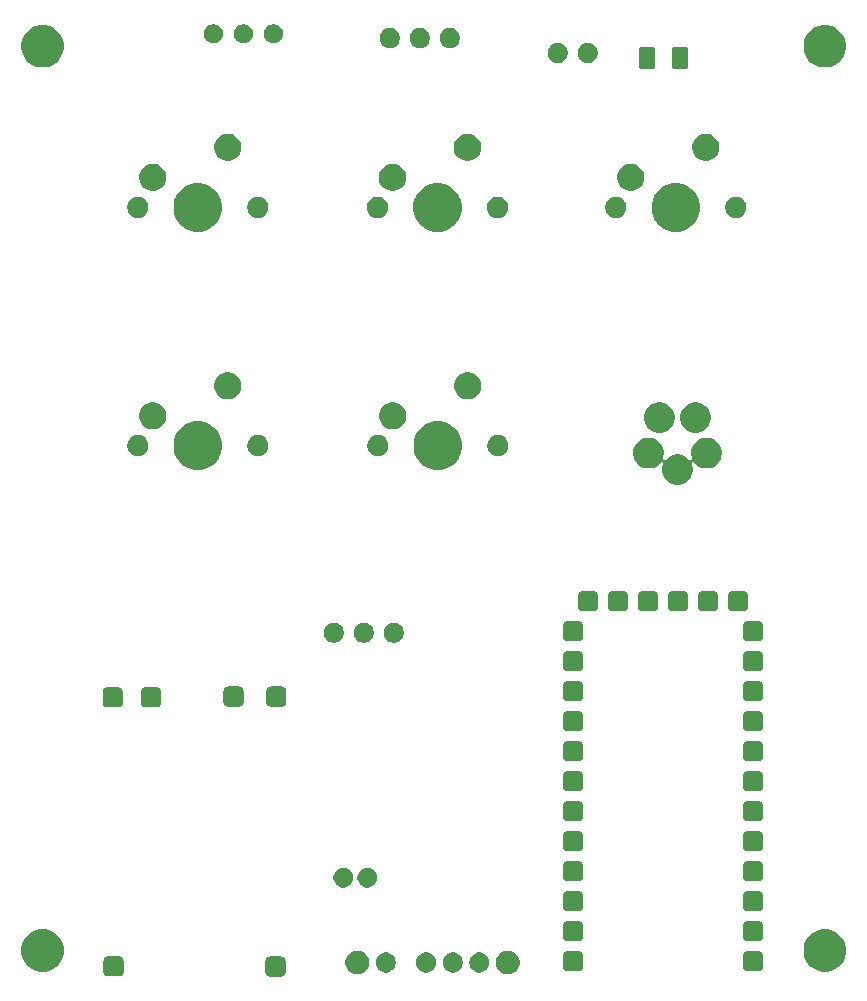
<source format=gbr>
G04 #@! TF.GenerationSoftware,KiCad,Pcbnew,5.0.2+dfsg1-1~bpo9+1*
G04 #@! TF.CreationDate,2019-11-16T16:08:00+00:00*
G04 #@! TF.ProjectId,remote_cherry,72656d6f-7465-45f6-9368-657272792e6b,rev?*
G04 #@! TF.SameCoordinates,Original*
G04 #@! TF.FileFunction,Soldermask,Top*
G04 #@! TF.FilePolarity,Negative*
%FSLAX46Y46*%
G04 Gerber Fmt 4.6, Leading zero omitted, Abs format (unit mm)*
G04 Created by KiCad (PCBNEW 5.0.2+dfsg1-1~bpo9+1) date Sat 16 Nov 2019 16:08:00 GMT*
%MOMM*%
%LPD*%
G01*
G04 APERTURE LIST*
%ADD10C,0.100000*%
G04 APERTURE END LIST*
D10*
G36*
X127228498Y-115996568D02*
X127296484Y-116017191D01*
X127359137Y-116050680D01*
X127414052Y-116095748D01*
X127459120Y-116150663D01*
X127492609Y-116213316D01*
X127513232Y-116281302D01*
X127520800Y-116358140D01*
X127520800Y-117321860D01*
X127513232Y-117398698D01*
X127492609Y-117466684D01*
X127459120Y-117529337D01*
X127414052Y-117584252D01*
X127359137Y-117629320D01*
X127296484Y-117662809D01*
X127228498Y-117683432D01*
X127151660Y-117691000D01*
X126187940Y-117691000D01*
X126111102Y-117683432D01*
X126043116Y-117662809D01*
X125980463Y-117629320D01*
X125925548Y-117584252D01*
X125880480Y-117529337D01*
X125846991Y-117466684D01*
X125826368Y-117398698D01*
X125818800Y-117321860D01*
X125818800Y-116358140D01*
X125826368Y-116281302D01*
X125846991Y-116213316D01*
X125880480Y-116150663D01*
X125925548Y-116095748D01*
X125980463Y-116050680D01*
X126043116Y-116017191D01*
X126111102Y-115996568D01*
X126187940Y-115989000D01*
X127151660Y-115989000D01*
X127228498Y-115996568D01*
X127228498Y-115996568D01*
G37*
G36*
X113512498Y-115983868D02*
X113580484Y-116004491D01*
X113643137Y-116037980D01*
X113698052Y-116083048D01*
X113743120Y-116137963D01*
X113776609Y-116200616D01*
X113797232Y-116268602D01*
X113804800Y-116345440D01*
X113804800Y-117309160D01*
X113797232Y-117385998D01*
X113776609Y-117453984D01*
X113743120Y-117516637D01*
X113698052Y-117571552D01*
X113643137Y-117616620D01*
X113580484Y-117650109D01*
X113512498Y-117670732D01*
X113435660Y-117678300D01*
X112471940Y-117678300D01*
X112395102Y-117670732D01*
X112327116Y-117650109D01*
X112264463Y-117616620D01*
X112209548Y-117571552D01*
X112164480Y-117516637D01*
X112130991Y-117453984D01*
X112110368Y-117385998D01*
X112102800Y-117309160D01*
X112102800Y-116345440D01*
X112110368Y-116268602D01*
X112130991Y-116200616D01*
X112164480Y-116137963D01*
X112209548Y-116083048D01*
X112264463Y-116037980D01*
X112327116Y-116004491D01*
X112395102Y-115983868D01*
X112471940Y-115976300D01*
X113435660Y-115976300D01*
X113512498Y-115983868D01*
X113512498Y-115983868D01*
G37*
G36*
X146629001Y-115534568D02*
X146811170Y-115610025D01*
X146975123Y-115719575D01*
X147114545Y-115858997D01*
X147224095Y-116022950D01*
X147299552Y-116205119D01*
X147338020Y-116398510D01*
X147338020Y-116595690D01*
X147299552Y-116789081D01*
X147224095Y-116971250D01*
X147114545Y-117135203D01*
X146975123Y-117274625D01*
X146811170Y-117384175D01*
X146642636Y-117453984D01*
X146629001Y-117459632D01*
X146435610Y-117498100D01*
X146238430Y-117498100D01*
X146045039Y-117459632D01*
X146031404Y-117453984D01*
X145862870Y-117384175D01*
X145698917Y-117274625D01*
X145559495Y-117135203D01*
X145449945Y-116971250D01*
X145374488Y-116789081D01*
X145336020Y-116595690D01*
X145336020Y-116398510D01*
X145374488Y-116205119D01*
X145449945Y-116022950D01*
X145559495Y-115858997D01*
X145698917Y-115719575D01*
X145862870Y-115610025D01*
X146045039Y-115534568D01*
X146238430Y-115496100D01*
X146435610Y-115496100D01*
X146629001Y-115534568D01*
X146629001Y-115534568D01*
G37*
G36*
X133888361Y-115534568D02*
X134070530Y-115610025D01*
X134234483Y-115719575D01*
X134373905Y-115858997D01*
X134483455Y-116022950D01*
X134558912Y-116205119D01*
X134597380Y-116398510D01*
X134597380Y-116595690D01*
X134558912Y-116789081D01*
X134483455Y-116971250D01*
X134373905Y-117135203D01*
X134234483Y-117274625D01*
X134070530Y-117384175D01*
X133901996Y-117453984D01*
X133888361Y-117459632D01*
X133694970Y-117498100D01*
X133497790Y-117498100D01*
X133304399Y-117459632D01*
X133290764Y-117453984D01*
X133122230Y-117384175D01*
X132958277Y-117274625D01*
X132818855Y-117135203D01*
X132709305Y-116971250D01*
X132633848Y-116789081D01*
X132595380Y-116595690D01*
X132595380Y-116398510D01*
X132633848Y-116205119D01*
X132709305Y-116022950D01*
X132818855Y-115858997D01*
X132958277Y-115719575D01*
X133122230Y-115610025D01*
X133304399Y-115534568D01*
X133497790Y-115496100D01*
X133694970Y-115496100D01*
X133888361Y-115534568D01*
X133888361Y-115534568D01*
G37*
G36*
X144177328Y-115678803D02*
X144332200Y-115742953D01*
X144471581Y-115836085D01*
X144590115Y-115954619D01*
X144683247Y-116094000D01*
X144747397Y-116248872D01*
X144780100Y-116413284D01*
X144780100Y-116580916D01*
X144747397Y-116745328D01*
X144683247Y-116900200D01*
X144590115Y-117039581D01*
X144471581Y-117158115D01*
X144332200Y-117251247D01*
X144177328Y-117315397D01*
X144012916Y-117348100D01*
X143845284Y-117348100D01*
X143680872Y-117315397D01*
X143526000Y-117251247D01*
X143386619Y-117158115D01*
X143268085Y-117039581D01*
X143174953Y-116900200D01*
X143110803Y-116745328D01*
X143078100Y-116580916D01*
X143078100Y-116413284D01*
X143110803Y-116248872D01*
X143174953Y-116094000D01*
X143268085Y-115954619D01*
X143386619Y-115836085D01*
X143526000Y-115742953D01*
X143680872Y-115678803D01*
X143845284Y-115646100D01*
X144012916Y-115646100D01*
X144177328Y-115678803D01*
X144177328Y-115678803D01*
G37*
G36*
X141926888Y-115678803D02*
X142081760Y-115742953D01*
X142221141Y-115836085D01*
X142339675Y-115954619D01*
X142432807Y-116094000D01*
X142496957Y-116248872D01*
X142529660Y-116413284D01*
X142529660Y-116580916D01*
X142496957Y-116745328D01*
X142432807Y-116900200D01*
X142339675Y-117039581D01*
X142221141Y-117158115D01*
X142081760Y-117251247D01*
X141926888Y-117315397D01*
X141762476Y-117348100D01*
X141594844Y-117348100D01*
X141430432Y-117315397D01*
X141275560Y-117251247D01*
X141136179Y-117158115D01*
X141017645Y-117039581D01*
X140924513Y-116900200D01*
X140860363Y-116745328D01*
X140827660Y-116580916D01*
X140827660Y-116413284D01*
X140860363Y-116248872D01*
X140924513Y-116094000D01*
X141017645Y-115954619D01*
X141136179Y-115836085D01*
X141275560Y-115742953D01*
X141430432Y-115678803D01*
X141594844Y-115646100D01*
X141762476Y-115646100D01*
X141926888Y-115678803D01*
X141926888Y-115678803D01*
G37*
G36*
X139676448Y-115678803D02*
X139831320Y-115742953D01*
X139970701Y-115836085D01*
X140089235Y-115954619D01*
X140182367Y-116094000D01*
X140246517Y-116248872D01*
X140279220Y-116413284D01*
X140279220Y-116580916D01*
X140246517Y-116745328D01*
X140182367Y-116900200D01*
X140089235Y-117039581D01*
X139970701Y-117158115D01*
X139831320Y-117251247D01*
X139676448Y-117315397D01*
X139512036Y-117348100D01*
X139344404Y-117348100D01*
X139179992Y-117315397D01*
X139025120Y-117251247D01*
X138885739Y-117158115D01*
X138767205Y-117039581D01*
X138674073Y-116900200D01*
X138609923Y-116745328D01*
X138577220Y-116580916D01*
X138577220Y-116413284D01*
X138609923Y-116248872D01*
X138674073Y-116094000D01*
X138767205Y-115954619D01*
X138885739Y-115836085D01*
X139025120Y-115742953D01*
X139179992Y-115678803D01*
X139344404Y-115646100D01*
X139512036Y-115646100D01*
X139676448Y-115678803D01*
X139676448Y-115678803D01*
G37*
G36*
X136252528Y-115678803D02*
X136407400Y-115742953D01*
X136546781Y-115836085D01*
X136665315Y-115954619D01*
X136758447Y-116094000D01*
X136822597Y-116248872D01*
X136855300Y-116413284D01*
X136855300Y-116580916D01*
X136822597Y-116745328D01*
X136758447Y-116900200D01*
X136665315Y-117039581D01*
X136546781Y-117158115D01*
X136407400Y-117251247D01*
X136252528Y-117315397D01*
X136088116Y-117348100D01*
X135920484Y-117348100D01*
X135756072Y-117315397D01*
X135601200Y-117251247D01*
X135461819Y-117158115D01*
X135343285Y-117039581D01*
X135250153Y-116900200D01*
X135186003Y-116745328D01*
X135153300Y-116580916D01*
X135153300Y-116413284D01*
X135186003Y-116248872D01*
X135250153Y-116094000D01*
X135343285Y-115954619D01*
X135461819Y-115836085D01*
X135601200Y-115742953D01*
X135756072Y-115678803D01*
X135920484Y-115646100D01*
X136088116Y-115646100D01*
X136252528Y-115678803D01*
X136252528Y-115678803D01*
G37*
G36*
X173715231Y-113749311D02*
X174042992Y-113885074D01*
X174337973Y-114082174D01*
X174588826Y-114333027D01*
X174785926Y-114628008D01*
X174921689Y-114955769D01*
X174990900Y-115303716D01*
X174990900Y-115658484D01*
X174921689Y-116006431D01*
X174785926Y-116334192D01*
X174588826Y-116629173D01*
X174337973Y-116880026D01*
X174042992Y-117077126D01*
X173715231Y-117212889D01*
X173367284Y-117282100D01*
X173012516Y-117282100D01*
X172664569Y-117212889D01*
X172336808Y-117077126D01*
X172041827Y-116880026D01*
X171790974Y-116629173D01*
X171593874Y-116334192D01*
X171458111Y-116006431D01*
X171388900Y-115658484D01*
X171388900Y-115303716D01*
X171458111Y-114955769D01*
X171593874Y-114628008D01*
X171790974Y-114333027D01*
X172041827Y-114082174D01*
X172336808Y-113885074D01*
X172664569Y-113749311D01*
X173012516Y-113680100D01*
X173367284Y-113680100D01*
X173715231Y-113749311D01*
X173715231Y-113749311D01*
G37*
G36*
X107472031Y-113749311D02*
X107799792Y-113885074D01*
X108094773Y-114082174D01*
X108345626Y-114333027D01*
X108542726Y-114628008D01*
X108678489Y-114955769D01*
X108747700Y-115303716D01*
X108747700Y-115658484D01*
X108678489Y-116006431D01*
X108542726Y-116334192D01*
X108345626Y-116629173D01*
X108094773Y-116880026D01*
X107799792Y-117077126D01*
X107472031Y-117212889D01*
X107124084Y-117282100D01*
X106769316Y-117282100D01*
X106421369Y-117212889D01*
X106093608Y-117077126D01*
X105798627Y-116880026D01*
X105547774Y-116629173D01*
X105350674Y-116334192D01*
X105214911Y-116006431D01*
X105145700Y-115658484D01*
X105145700Y-115303716D01*
X105214911Y-114955769D01*
X105350674Y-114628008D01*
X105547774Y-114333027D01*
X105798627Y-114082174D01*
X106093608Y-113885074D01*
X106421369Y-113749311D01*
X106769316Y-113680100D01*
X107124084Y-113680100D01*
X107472031Y-113749311D01*
X107472031Y-113749311D01*
G37*
G36*
X167652598Y-115539368D02*
X167720584Y-115559991D01*
X167783237Y-115593480D01*
X167838152Y-115638548D01*
X167883220Y-115693463D01*
X167916709Y-115756116D01*
X167937332Y-115824102D01*
X167944900Y-115900940D01*
X167944900Y-116864660D01*
X167937332Y-116941498D01*
X167916709Y-117009484D01*
X167883220Y-117072137D01*
X167838152Y-117127052D01*
X167783237Y-117172120D01*
X167720584Y-117205609D01*
X167652598Y-117226232D01*
X167575760Y-117233800D01*
X166612040Y-117233800D01*
X166535202Y-117226232D01*
X166467216Y-117205609D01*
X166404563Y-117172120D01*
X166349648Y-117127052D01*
X166304580Y-117072137D01*
X166271091Y-117009484D01*
X166250468Y-116941498D01*
X166242900Y-116864660D01*
X166242900Y-115900940D01*
X166250468Y-115824102D01*
X166271091Y-115756116D01*
X166304580Y-115693463D01*
X166349648Y-115638548D01*
X166404563Y-115593480D01*
X166467216Y-115559991D01*
X166535202Y-115539368D01*
X166612040Y-115531800D01*
X167575760Y-115531800D01*
X167652598Y-115539368D01*
X167652598Y-115539368D01*
G37*
G36*
X152412598Y-115539368D02*
X152480584Y-115559991D01*
X152543237Y-115593480D01*
X152598152Y-115638548D01*
X152643220Y-115693463D01*
X152676709Y-115756116D01*
X152697332Y-115824102D01*
X152704900Y-115900940D01*
X152704900Y-116864660D01*
X152697332Y-116941498D01*
X152676709Y-117009484D01*
X152643220Y-117072137D01*
X152598152Y-117127052D01*
X152543237Y-117172120D01*
X152480584Y-117205609D01*
X152412598Y-117226232D01*
X152335760Y-117233800D01*
X151372040Y-117233800D01*
X151295202Y-117226232D01*
X151227216Y-117205609D01*
X151164563Y-117172120D01*
X151109648Y-117127052D01*
X151064580Y-117072137D01*
X151031091Y-117009484D01*
X151010468Y-116941498D01*
X151002900Y-116864660D01*
X151002900Y-115900940D01*
X151010468Y-115824102D01*
X151031091Y-115756116D01*
X151064580Y-115693463D01*
X151109648Y-115638548D01*
X151164563Y-115593480D01*
X151227216Y-115559991D01*
X151295202Y-115539368D01*
X151372040Y-115531800D01*
X152335760Y-115531800D01*
X152412598Y-115539368D01*
X152412598Y-115539368D01*
G37*
G36*
X167652598Y-112999368D02*
X167720584Y-113019991D01*
X167783237Y-113053480D01*
X167838152Y-113098548D01*
X167883220Y-113153463D01*
X167916709Y-113216116D01*
X167937332Y-113284102D01*
X167944900Y-113360940D01*
X167944900Y-114324660D01*
X167937332Y-114401498D01*
X167916709Y-114469484D01*
X167883220Y-114532137D01*
X167838152Y-114587052D01*
X167783237Y-114632120D01*
X167720584Y-114665609D01*
X167652598Y-114686232D01*
X167575760Y-114693800D01*
X166612040Y-114693800D01*
X166535202Y-114686232D01*
X166467216Y-114665609D01*
X166404563Y-114632120D01*
X166349648Y-114587052D01*
X166304580Y-114532137D01*
X166271091Y-114469484D01*
X166250468Y-114401498D01*
X166242900Y-114324660D01*
X166242900Y-113360940D01*
X166250468Y-113284102D01*
X166271091Y-113216116D01*
X166304580Y-113153463D01*
X166349648Y-113098548D01*
X166404563Y-113053480D01*
X166467216Y-113019991D01*
X166535202Y-112999368D01*
X166612040Y-112991800D01*
X167575760Y-112991800D01*
X167652598Y-112999368D01*
X167652598Y-112999368D01*
G37*
G36*
X152412598Y-112999368D02*
X152480584Y-113019991D01*
X152543237Y-113053480D01*
X152598152Y-113098548D01*
X152643220Y-113153463D01*
X152676709Y-113216116D01*
X152697332Y-113284102D01*
X152704900Y-113360940D01*
X152704900Y-114324660D01*
X152697332Y-114401498D01*
X152676709Y-114469484D01*
X152643220Y-114532137D01*
X152598152Y-114587052D01*
X152543237Y-114632120D01*
X152480584Y-114665609D01*
X152412598Y-114686232D01*
X152335760Y-114693800D01*
X151372040Y-114693800D01*
X151295202Y-114686232D01*
X151227216Y-114665609D01*
X151164563Y-114632120D01*
X151109648Y-114587052D01*
X151064580Y-114532137D01*
X151031091Y-114469484D01*
X151010468Y-114401498D01*
X151002900Y-114324660D01*
X151002900Y-113360940D01*
X151010468Y-113284102D01*
X151031091Y-113216116D01*
X151064580Y-113153463D01*
X151109648Y-113098548D01*
X151164563Y-113053480D01*
X151227216Y-113019991D01*
X151295202Y-112999368D01*
X151372040Y-112991800D01*
X152335760Y-112991800D01*
X152412598Y-112999368D01*
X152412598Y-112999368D01*
G37*
G36*
X152412598Y-110459368D02*
X152480584Y-110479991D01*
X152543237Y-110513480D01*
X152598152Y-110558548D01*
X152643220Y-110613463D01*
X152676709Y-110676116D01*
X152697332Y-110744102D01*
X152704900Y-110820940D01*
X152704900Y-111784660D01*
X152697332Y-111861498D01*
X152676709Y-111929484D01*
X152643220Y-111992137D01*
X152598152Y-112047052D01*
X152543237Y-112092120D01*
X152480584Y-112125609D01*
X152412598Y-112146232D01*
X152335760Y-112153800D01*
X151372040Y-112153800D01*
X151295202Y-112146232D01*
X151227216Y-112125609D01*
X151164563Y-112092120D01*
X151109648Y-112047052D01*
X151064580Y-111992137D01*
X151031091Y-111929484D01*
X151010468Y-111861498D01*
X151002900Y-111784660D01*
X151002900Y-110820940D01*
X151010468Y-110744102D01*
X151031091Y-110676116D01*
X151064580Y-110613463D01*
X151109648Y-110558548D01*
X151164563Y-110513480D01*
X151227216Y-110479991D01*
X151295202Y-110459368D01*
X151372040Y-110451800D01*
X152335760Y-110451800D01*
X152412598Y-110459368D01*
X152412598Y-110459368D01*
G37*
G36*
X167652598Y-110459368D02*
X167720584Y-110479991D01*
X167783237Y-110513480D01*
X167838152Y-110558548D01*
X167883220Y-110613463D01*
X167916709Y-110676116D01*
X167937332Y-110744102D01*
X167944900Y-110820940D01*
X167944900Y-111784660D01*
X167937332Y-111861498D01*
X167916709Y-111929484D01*
X167883220Y-111992137D01*
X167838152Y-112047052D01*
X167783237Y-112092120D01*
X167720584Y-112125609D01*
X167652598Y-112146232D01*
X167575760Y-112153800D01*
X166612040Y-112153800D01*
X166535202Y-112146232D01*
X166467216Y-112125609D01*
X166404563Y-112092120D01*
X166349648Y-112047052D01*
X166304580Y-111992137D01*
X166271091Y-111929484D01*
X166250468Y-111861498D01*
X166242900Y-111784660D01*
X166242900Y-110820940D01*
X166250468Y-110744102D01*
X166271091Y-110676116D01*
X166304580Y-110613463D01*
X166349648Y-110558548D01*
X166404563Y-110513480D01*
X166467216Y-110479991D01*
X166535202Y-110459368D01*
X166612040Y-110451800D01*
X167575760Y-110451800D01*
X167652598Y-110459368D01*
X167652598Y-110459368D01*
G37*
G36*
X134703128Y-108490603D02*
X134858000Y-108554753D01*
X134997381Y-108647885D01*
X135115915Y-108766419D01*
X135209047Y-108905800D01*
X135273197Y-109060672D01*
X135305900Y-109225084D01*
X135305900Y-109392716D01*
X135273197Y-109557128D01*
X135209047Y-109712000D01*
X135115915Y-109851381D01*
X134997381Y-109969915D01*
X134858000Y-110063047D01*
X134703128Y-110127197D01*
X134538716Y-110159900D01*
X134371084Y-110159900D01*
X134206672Y-110127197D01*
X134051800Y-110063047D01*
X133912419Y-109969915D01*
X133793885Y-109851381D01*
X133700753Y-109712000D01*
X133636603Y-109557128D01*
X133603900Y-109392716D01*
X133603900Y-109225084D01*
X133636603Y-109060672D01*
X133700753Y-108905800D01*
X133793885Y-108766419D01*
X133912419Y-108647885D01*
X134051800Y-108554753D01*
X134206672Y-108490603D01*
X134371084Y-108457900D01*
X134538716Y-108457900D01*
X134703128Y-108490603D01*
X134703128Y-108490603D01*
G37*
G36*
X132671128Y-108490603D02*
X132826000Y-108554753D01*
X132965381Y-108647885D01*
X133083915Y-108766419D01*
X133177047Y-108905800D01*
X133241197Y-109060672D01*
X133273900Y-109225084D01*
X133273900Y-109392716D01*
X133241197Y-109557128D01*
X133177047Y-109712000D01*
X133083915Y-109851381D01*
X132965381Y-109969915D01*
X132826000Y-110063047D01*
X132671128Y-110127197D01*
X132506716Y-110159900D01*
X132339084Y-110159900D01*
X132174672Y-110127197D01*
X132019800Y-110063047D01*
X131880419Y-109969915D01*
X131761885Y-109851381D01*
X131668753Y-109712000D01*
X131604603Y-109557128D01*
X131571900Y-109392716D01*
X131571900Y-109225084D01*
X131604603Y-109060672D01*
X131668753Y-108905800D01*
X131761885Y-108766419D01*
X131880419Y-108647885D01*
X132019800Y-108554753D01*
X132174672Y-108490603D01*
X132339084Y-108457900D01*
X132506716Y-108457900D01*
X132671128Y-108490603D01*
X132671128Y-108490603D01*
G37*
G36*
X167652598Y-107919368D02*
X167720584Y-107939991D01*
X167783237Y-107973480D01*
X167838152Y-108018548D01*
X167883220Y-108073463D01*
X167916709Y-108136116D01*
X167937332Y-108204102D01*
X167944900Y-108280940D01*
X167944900Y-109244660D01*
X167937332Y-109321498D01*
X167916709Y-109389484D01*
X167883220Y-109452137D01*
X167838152Y-109507052D01*
X167783237Y-109552120D01*
X167720584Y-109585609D01*
X167652598Y-109606232D01*
X167575760Y-109613800D01*
X166612040Y-109613800D01*
X166535202Y-109606232D01*
X166467216Y-109585609D01*
X166404563Y-109552120D01*
X166349648Y-109507052D01*
X166304580Y-109452137D01*
X166271091Y-109389484D01*
X166250468Y-109321498D01*
X166242900Y-109244660D01*
X166242900Y-108280940D01*
X166250468Y-108204102D01*
X166271091Y-108136116D01*
X166304580Y-108073463D01*
X166349648Y-108018548D01*
X166404563Y-107973480D01*
X166467216Y-107939991D01*
X166535202Y-107919368D01*
X166612040Y-107911800D01*
X167575760Y-107911800D01*
X167652598Y-107919368D01*
X167652598Y-107919368D01*
G37*
G36*
X152412598Y-107919368D02*
X152480584Y-107939991D01*
X152543237Y-107973480D01*
X152598152Y-108018548D01*
X152643220Y-108073463D01*
X152676709Y-108136116D01*
X152697332Y-108204102D01*
X152704900Y-108280940D01*
X152704900Y-109244660D01*
X152697332Y-109321498D01*
X152676709Y-109389484D01*
X152643220Y-109452137D01*
X152598152Y-109507052D01*
X152543237Y-109552120D01*
X152480584Y-109585609D01*
X152412598Y-109606232D01*
X152335760Y-109613800D01*
X151372040Y-109613800D01*
X151295202Y-109606232D01*
X151227216Y-109585609D01*
X151164563Y-109552120D01*
X151109648Y-109507052D01*
X151064580Y-109452137D01*
X151031091Y-109389484D01*
X151010468Y-109321498D01*
X151002900Y-109244660D01*
X151002900Y-108280940D01*
X151010468Y-108204102D01*
X151031091Y-108136116D01*
X151064580Y-108073463D01*
X151109648Y-108018548D01*
X151164563Y-107973480D01*
X151227216Y-107939991D01*
X151295202Y-107919368D01*
X151372040Y-107911800D01*
X152335760Y-107911800D01*
X152412598Y-107919368D01*
X152412598Y-107919368D01*
G37*
G36*
X152412598Y-105379368D02*
X152480584Y-105399991D01*
X152543237Y-105433480D01*
X152598152Y-105478548D01*
X152643220Y-105533463D01*
X152676709Y-105596116D01*
X152697332Y-105664102D01*
X152704900Y-105740940D01*
X152704900Y-106704660D01*
X152697332Y-106781498D01*
X152676709Y-106849484D01*
X152643220Y-106912137D01*
X152598152Y-106967052D01*
X152543237Y-107012120D01*
X152480584Y-107045609D01*
X152412598Y-107066232D01*
X152335760Y-107073800D01*
X151372040Y-107073800D01*
X151295202Y-107066232D01*
X151227216Y-107045609D01*
X151164563Y-107012120D01*
X151109648Y-106967052D01*
X151064580Y-106912137D01*
X151031091Y-106849484D01*
X151010468Y-106781498D01*
X151002900Y-106704660D01*
X151002900Y-105740940D01*
X151010468Y-105664102D01*
X151031091Y-105596116D01*
X151064580Y-105533463D01*
X151109648Y-105478548D01*
X151164563Y-105433480D01*
X151227216Y-105399991D01*
X151295202Y-105379368D01*
X151372040Y-105371800D01*
X152335760Y-105371800D01*
X152412598Y-105379368D01*
X152412598Y-105379368D01*
G37*
G36*
X167652598Y-105379368D02*
X167720584Y-105399991D01*
X167783237Y-105433480D01*
X167838152Y-105478548D01*
X167883220Y-105533463D01*
X167916709Y-105596116D01*
X167937332Y-105664102D01*
X167944900Y-105740940D01*
X167944900Y-106704660D01*
X167937332Y-106781498D01*
X167916709Y-106849484D01*
X167883220Y-106912137D01*
X167838152Y-106967052D01*
X167783237Y-107012120D01*
X167720584Y-107045609D01*
X167652598Y-107066232D01*
X167575760Y-107073800D01*
X166612040Y-107073800D01*
X166535202Y-107066232D01*
X166467216Y-107045609D01*
X166404563Y-107012120D01*
X166349648Y-106967052D01*
X166304580Y-106912137D01*
X166271091Y-106849484D01*
X166250468Y-106781498D01*
X166242900Y-106704660D01*
X166242900Y-105740940D01*
X166250468Y-105664102D01*
X166271091Y-105596116D01*
X166304580Y-105533463D01*
X166349648Y-105478548D01*
X166404563Y-105433480D01*
X166467216Y-105399991D01*
X166535202Y-105379368D01*
X166612040Y-105371800D01*
X167575760Y-105371800D01*
X167652598Y-105379368D01*
X167652598Y-105379368D01*
G37*
G36*
X167652598Y-102839368D02*
X167720584Y-102859991D01*
X167783237Y-102893480D01*
X167838152Y-102938548D01*
X167883220Y-102993463D01*
X167916709Y-103056116D01*
X167937332Y-103124102D01*
X167944900Y-103200940D01*
X167944900Y-104164660D01*
X167937332Y-104241498D01*
X167916709Y-104309484D01*
X167883220Y-104372137D01*
X167838152Y-104427052D01*
X167783237Y-104472120D01*
X167720584Y-104505609D01*
X167652598Y-104526232D01*
X167575760Y-104533800D01*
X166612040Y-104533800D01*
X166535202Y-104526232D01*
X166467216Y-104505609D01*
X166404563Y-104472120D01*
X166349648Y-104427052D01*
X166304580Y-104372137D01*
X166271091Y-104309484D01*
X166250468Y-104241498D01*
X166242900Y-104164660D01*
X166242900Y-103200940D01*
X166250468Y-103124102D01*
X166271091Y-103056116D01*
X166304580Y-102993463D01*
X166349648Y-102938548D01*
X166404563Y-102893480D01*
X166467216Y-102859991D01*
X166535202Y-102839368D01*
X166612040Y-102831800D01*
X167575760Y-102831800D01*
X167652598Y-102839368D01*
X167652598Y-102839368D01*
G37*
G36*
X152412598Y-102839368D02*
X152480584Y-102859991D01*
X152543237Y-102893480D01*
X152598152Y-102938548D01*
X152643220Y-102993463D01*
X152676709Y-103056116D01*
X152697332Y-103124102D01*
X152704900Y-103200940D01*
X152704900Y-104164660D01*
X152697332Y-104241498D01*
X152676709Y-104309484D01*
X152643220Y-104372137D01*
X152598152Y-104427052D01*
X152543237Y-104472120D01*
X152480584Y-104505609D01*
X152412598Y-104526232D01*
X152335760Y-104533800D01*
X151372040Y-104533800D01*
X151295202Y-104526232D01*
X151227216Y-104505609D01*
X151164563Y-104472120D01*
X151109648Y-104427052D01*
X151064580Y-104372137D01*
X151031091Y-104309484D01*
X151010468Y-104241498D01*
X151002900Y-104164660D01*
X151002900Y-103200940D01*
X151010468Y-103124102D01*
X151031091Y-103056116D01*
X151064580Y-102993463D01*
X151109648Y-102938548D01*
X151164563Y-102893480D01*
X151227216Y-102859991D01*
X151295202Y-102839368D01*
X151372040Y-102831800D01*
X152335760Y-102831800D01*
X152412598Y-102839368D01*
X152412598Y-102839368D01*
G37*
G36*
X167652598Y-100299368D02*
X167720584Y-100319991D01*
X167783237Y-100353480D01*
X167838152Y-100398548D01*
X167883220Y-100453463D01*
X167916709Y-100516116D01*
X167937332Y-100584102D01*
X167944900Y-100660940D01*
X167944900Y-101624660D01*
X167937332Y-101701498D01*
X167916709Y-101769484D01*
X167883220Y-101832137D01*
X167838152Y-101887052D01*
X167783237Y-101932120D01*
X167720584Y-101965609D01*
X167652598Y-101986232D01*
X167575760Y-101993800D01*
X166612040Y-101993800D01*
X166535202Y-101986232D01*
X166467216Y-101965609D01*
X166404563Y-101932120D01*
X166349648Y-101887052D01*
X166304580Y-101832137D01*
X166271091Y-101769484D01*
X166250468Y-101701498D01*
X166242900Y-101624660D01*
X166242900Y-100660940D01*
X166250468Y-100584102D01*
X166271091Y-100516116D01*
X166304580Y-100453463D01*
X166349648Y-100398548D01*
X166404563Y-100353480D01*
X166467216Y-100319991D01*
X166535202Y-100299368D01*
X166612040Y-100291800D01*
X167575760Y-100291800D01*
X167652598Y-100299368D01*
X167652598Y-100299368D01*
G37*
G36*
X152412598Y-100299368D02*
X152480584Y-100319991D01*
X152543237Y-100353480D01*
X152598152Y-100398548D01*
X152643220Y-100453463D01*
X152676709Y-100516116D01*
X152697332Y-100584102D01*
X152704900Y-100660940D01*
X152704900Y-101624660D01*
X152697332Y-101701498D01*
X152676709Y-101769484D01*
X152643220Y-101832137D01*
X152598152Y-101887052D01*
X152543237Y-101932120D01*
X152480584Y-101965609D01*
X152412598Y-101986232D01*
X152335760Y-101993800D01*
X151372040Y-101993800D01*
X151295202Y-101986232D01*
X151227216Y-101965609D01*
X151164563Y-101932120D01*
X151109648Y-101887052D01*
X151064580Y-101832137D01*
X151031091Y-101769484D01*
X151010468Y-101701498D01*
X151002900Y-101624660D01*
X151002900Y-100660940D01*
X151010468Y-100584102D01*
X151031091Y-100516116D01*
X151064580Y-100453463D01*
X151109648Y-100398548D01*
X151164563Y-100353480D01*
X151227216Y-100319991D01*
X151295202Y-100299368D01*
X151372040Y-100291800D01*
X152335760Y-100291800D01*
X152412598Y-100299368D01*
X152412598Y-100299368D01*
G37*
G36*
X152412598Y-97759368D02*
X152480584Y-97779991D01*
X152543237Y-97813480D01*
X152598152Y-97858548D01*
X152643220Y-97913463D01*
X152676709Y-97976116D01*
X152697332Y-98044102D01*
X152704900Y-98120940D01*
X152704900Y-99084660D01*
X152697332Y-99161498D01*
X152676709Y-99229484D01*
X152643220Y-99292137D01*
X152598152Y-99347052D01*
X152543237Y-99392120D01*
X152480584Y-99425609D01*
X152412598Y-99446232D01*
X152335760Y-99453800D01*
X151372040Y-99453800D01*
X151295202Y-99446232D01*
X151227216Y-99425609D01*
X151164563Y-99392120D01*
X151109648Y-99347052D01*
X151064580Y-99292137D01*
X151031091Y-99229484D01*
X151010468Y-99161498D01*
X151002900Y-99084660D01*
X151002900Y-98120940D01*
X151010468Y-98044102D01*
X151031091Y-97976116D01*
X151064580Y-97913463D01*
X151109648Y-97858548D01*
X151164563Y-97813480D01*
X151227216Y-97779991D01*
X151295202Y-97759368D01*
X151372040Y-97751800D01*
X152335760Y-97751800D01*
X152412598Y-97759368D01*
X152412598Y-97759368D01*
G37*
G36*
X167652598Y-97759368D02*
X167720584Y-97779991D01*
X167783237Y-97813480D01*
X167838152Y-97858548D01*
X167883220Y-97913463D01*
X167916709Y-97976116D01*
X167937332Y-98044102D01*
X167944900Y-98120940D01*
X167944900Y-99084660D01*
X167937332Y-99161498D01*
X167916709Y-99229484D01*
X167883220Y-99292137D01*
X167838152Y-99347052D01*
X167783237Y-99392120D01*
X167720584Y-99425609D01*
X167652598Y-99446232D01*
X167575760Y-99453800D01*
X166612040Y-99453800D01*
X166535202Y-99446232D01*
X166467216Y-99425609D01*
X166404563Y-99392120D01*
X166349648Y-99347052D01*
X166304580Y-99292137D01*
X166271091Y-99229484D01*
X166250468Y-99161498D01*
X166242900Y-99084660D01*
X166242900Y-98120940D01*
X166250468Y-98044102D01*
X166271091Y-97976116D01*
X166304580Y-97913463D01*
X166349648Y-97858548D01*
X166404563Y-97813480D01*
X166467216Y-97779991D01*
X166535202Y-97759368D01*
X166612040Y-97751800D01*
X167575760Y-97751800D01*
X167652598Y-97759368D01*
X167652598Y-97759368D01*
G37*
G36*
X152412598Y-95219368D02*
X152480584Y-95239991D01*
X152543237Y-95273480D01*
X152598152Y-95318548D01*
X152643220Y-95373463D01*
X152676709Y-95436116D01*
X152697332Y-95504102D01*
X152704900Y-95580940D01*
X152704900Y-96544660D01*
X152697332Y-96621498D01*
X152676709Y-96689484D01*
X152643220Y-96752137D01*
X152598152Y-96807052D01*
X152543237Y-96852120D01*
X152480584Y-96885609D01*
X152412598Y-96906232D01*
X152335760Y-96913800D01*
X151372040Y-96913800D01*
X151295202Y-96906232D01*
X151227216Y-96885609D01*
X151164563Y-96852120D01*
X151109648Y-96807052D01*
X151064580Y-96752137D01*
X151031091Y-96689484D01*
X151010468Y-96621498D01*
X151002900Y-96544660D01*
X151002900Y-95580940D01*
X151010468Y-95504102D01*
X151031091Y-95436116D01*
X151064580Y-95373463D01*
X151109648Y-95318548D01*
X151164563Y-95273480D01*
X151227216Y-95239991D01*
X151295202Y-95219368D01*
X151372040Y-95211800D01*
X152335760Y-95211800D01*
X152412598Y-95219368D01*
X152412598Y-95219368D01*
G37*
G36*
X167652598Y-95219368D02*
X167720584Y-95239991D01*
X167783237Y-95273480D01*
X167838152Y-95318548D01*
X167883220Y-95373463D01*
X167916709Y-95436116D01*
X167937332Y-95504102D01*
X167944900Y-95580940D01*
X167944900Y-96544660D01*
X167937332Y-96621498D01*
X167916709Y-96689484D01*
X167883220Y-96752137D01*
X167838152Y-96807052D01*
X167783237Y-96852120D01*
X167720584Y-96885609D01*
X167652598Y-96906232D01*
X167575760Y-96913800D01*
X166612040Y-96913800D01*
X166535202Y-96906232D01*
X166467216Y-96885609D01*
X166404563Y-96852120D01*
X166349648Y-96807052D01*
X166304580Y-96752137D01*
X166271091Y-96689484D01*
X166250468Y-96621498D01*
X166242900Y-96544660D01*
X166242900Y-95580940D01*
X166250468Y-95504102D01*
X166271091Y-95436116D01*
X166304580Y-95373463D01*
X166349648Y-95318548D01*
X166404563Y-95273480D01*
X166467216Y-95239991D01*
X166535202Y-95219368D01*
X166612040Y-95211800D01*
X167575760Y-95211800D01*
X167652598Y-95219368D01*
X167652598Y-95219368D01*
G37*
G36*
X113436298Y-93200068D02*
X113504284Y-93220691D01*
X113566937Y-93254180D01*
X113621852Y-93299248D01*
X113666920Y-93354163D01*
X113700409Y-93416816D01*
X113721032Y-93484802D01*
X113728600Y-93561640D01*
X113728600Y-94525360D01*
X113721032Y-94602198D01*
X113700409Y-94670184D01*
X113666920Y-94732837D01*
X113621852Y-94787752D01*
X113566937Y-94832820D01*
X113504284Y-94866309D01*
X113436298Y-94886932D01*
X113359460Y-94894500D01*
X112395740Y-94894500D01*
X112318902Y-94886932D01*
X112250916Y-94866309D01*
X112188263Y-94832820D01*
X112133348Y-94787752D01*
X112088280Y-94732837D01*
X112054791Y-94670184D01*
X112034168Y-94602198D01*
X112026600Y-94525360D01*
X112026600Y-93561640D01*
X112034168Y-93484802D01*
X112054791Y-93416816D01*
X112088280Y-93354163D01*
X112133348Y-93299248D01*
X112188263Y-93254180D01*
X112250916Y-93220691D01*
X112318902Y-93200068D01*
X112395740Y-93192500D01*
X113359460Y-93192500D01*
X113436298Y-93200068D01*
X113436298Y-93200068D01*
G37*
G36*
X116687498Y-93200068D02*
X116755484Y-93220691D01*
X116818137Y-93254180D01*
X116873052Y-93299248D01*
X116918120Y-93354163D01*
X116951609Y-93416816D01*
X116972232Y-93484802D01*
X116979800Y-93561640D01*
X116979800Y-94525360D01*
X116972232Y-94602198D01*
X116951609Y-94670184D01*
X116918120Y-94732837D01*
X116873052Y-94787752D01*
X116818137Y-94832820D01*
X116755484Y-94866309D01*
X116687498Y-94886932D01*
X116610660Y-94894500D01*
X115646940Y-94894500D01*
X115570102Y-94886932D01*
X115502116Y-94866309D01*
X115439463Y-94832820D01*
X115384548Y-94787752D01*
X115339480Y-94732837D01*
X115305991Y-94670184D01*
X115285368Y-94602198D01*
X115277800Y-94525360D01*
X115277800Y-93561640D01*
X115285368Y-93484802D01*
X115305991Y-93416816D01*
X115339480Y-93354163D01*
X115384548Y-93299248D01*
X115439463Y-93254180D01*
X115502116Y-93220691D01*
X115570102Y-93200068D01*
X115646940Y-93192500D01*
X116610660Y-93192500D01*
X116687498Y-93200068D01*
X116687498Y-93200068D01*
G37*
G36*
X127291998Y-93136568D02*
X127359984Y-93157191D01*
X127422637Y-93190680D01*
X127477552Y-93235748D01*
X127522620Y-93290663D01*
X127556109Y-93353316D01*
X127576732Y-93421302D01*
X127584300Y-93498140D01*
X127584300Y-94461860D01*
X127576732Y-94538698D01*
X127556109Y-94606684D01*
X127522620Y-94669337D01*
X127477552Y-94724252D01*
X127422637Y-94769320D01*
X127359984Y-94802809D01*
X127291998Y-94823432D01*
X127215160Y-94831000D01*
X126251440Y-94831000D01*
X126174602Y-94823432D01*
X126106616Y-94802809D01*
X126043963Y-94769320D01*
X125989048Y-94724252D01*
X125943980Y-94669337D01*
X125910491Y-94606684D01*
X125889868Y-94538698D01*
X125882300Y-94461860D01*
X125882300Y-93498140D01*
X125889868Y-93421302D01*
X125910491Y-93353316D01*
X125943980Y-93290663D01*
X125989048Y-93235748D01*
X126043963Y-93190680D01*
X126106616Y-93157191D01*
X126174602Y-93136568D01*
X126251440Y-93129000D01*
X127215160Y-93129000D01*
X127291998Y-93136568D01*
X127291998Y-93136568D01*
G37*
G36*
X123672498Y-93136568D02*
X123740484Y-93157191D01*
X123803137Y-93190680D01*
X123858052Y-93235748D01*
X123903120Y-93290663D01*
X123936609Y-93353316D01*
X123957232Y-93421302D01*
X123964800Y-93498140D01*
X123964800Y-94461860D01*
X123957232Y-94538698D01*
X123936609Y-94606684D01*
X123903120Y-94669337D01*
X123858052Y-94724252D01*
X123803137Y-94769320D01*
X123740484Y-94802809D01*
X123672498Y-94823432D01*
X123595660Y-94831000D01*
X122631940Y-94831000D01*
X122555102Y-94823432D01*
X122487116Y-94802809D01*
X122424463Y-94769320D01*
X122369548Y-94724252D01*
X122324480Y-94669337D01*
X122290991Y-94606684D01*
X122270368Y-94538698D01*
X122262800Y-94461860D01*
X122262800Y-93498140D01*
X122270368Y-93421302D01*
X122290991Y-93353316D01*
X122324480Y-93290663D01*
X122369548Y-93235748D01*
X122424463Y-93190680D01*
X122487116Y-93157191D01*
X122555102Y-93136568D01*
X122631940Y-93129000D01*
X123595660Y-93129000D01*
X123672498Y-93136568D01*
X123672498Y-93136568D01*
G37*
G36*
X152412598Y-92679368D02*
X152480584Y-92699991D01*
X152543237Y-92733480D01*
X152598152Y-92778548D01*
X152643220Y-92833463D01*
X152676709Y-92896116D01*
X152697332Y-92964102D01*
X152704900Y-93040940D01*
X152704900Y-94004660D01*
X152697332Y-94081498D01*
X152676709Y-94149484D01*
X152643220Y-94212137D01*
X152598152Y-94267052D01*
X152543237Y-94312120D01*
X152480584Y-94345609D01*
X152412598Y-94366232D01*
X152335760Y-94373800D01*
X151372040Y-94373800D01*
X151295202Y-94366232D01*
X151227216Y-94345609D01*
X151164563Y-94312120D01*
X151109648Y-94267052D01*
X151064580Y-94212137D01*
X151031091Y-94149484D01*
X151010468Y-94081498D01*
X151002900Y-94004660D01*
X151002900Y-93040940D01*
X151010468Y-92964102D01*
X151031091Y-92896116D01*
X151064580Y-92833463D01*
X151109648Y-92778548D01*
X151164563Y-92733480D01*
X151227216Y-92699991D01*
X151295202Y-92679368D01*
X151372040Y-92671800D01*
X152335760Y-92671800D01*
X152412598Y-92679368D01*
X152412598Y-92679368D01*
G37*
G36*
X167652598Y-92679368D02*
X167720584Y-92699991D01*
X167783237Y-92733480D01*
X167838152Y-92778548D01*
X167883220Y-92833463D01*
X167916709Y-92896116D01*
X167937332Y-92964102D01*
X167944900Y-93040940D01*
X167944900Y-94004660D01*
X167937332Y-94081498D01*
X167916709Y-94149484D01*
X167883220Y-94212137D01*
X167838152Y-94267052D01*
X167783237Y-94312120D01*
X167720584Y-94345609D01*
X167652598Y-94366232D01*
X167575760Y-94373800D01*
X166612040Y-94373800D01*
X166535202Y-94366232D01*
X166467216Y-94345609D01*
X166404563Y-94312120D01*
X166349648Y-94267052D01*
X166304580Y-94212137D01*
X166271091Y-94149484D01*
X166250468Y-94081498D01*
X166242900Y-94004660D01*
X166242900Y-93040940D01*
X166250468Y-92964102D01*
X166271091Y-92896116D01*
X166304580Y-92833463D01*
X166349648Y-92778548D01*
X166404563Y-92733480D01*
X166467216Y-92699991D01*
X166535202Y-92679368D01*
X166612040Y-92671800D01*
X167575760Y-92671800D01*
X167652598Y-92679368D01*
X167652598Y-92679368D01*
G37*
G36*
X152412598Y-90139368D02*
X152480584Y-90159991D01*
X152543237Y-90193480D01*
X152598152Y-90238548D01*
X152643220Y-90293463D01*
X152676709Y-90356116D01*
X152697332Y-90424102D01*
X152704900Y-90500940D01*
X152704900Y-91464660D01*
X152697332Y-91541498D01*
X152676709Y-91609484D01*
X152643220Y-91672137D01*
X152598152Y-91727052D01*
X152543237Y-91772120D01*
X152480584Y-91805609D01*
X152412598Y-91826232D01*
X152335760Y-91833800D01*
X151372040Y-91833800D01*
X151295202Y-91826232D01*
X151227216Y-91805609D01*
X151164563Y-91772120D01*
X151109648Y-91727052D01*
X151064580Y-91672137D01*
X151031091Y-91609484D01*
X151010468Y-91541498D01*
X151002900Y-91464660D01*
X151002900Y-90500940D01*
X151010468Y-90424102D01*
X151031091Y-90356116D01*
X151064580Y-90293463D01*
X151109648Y-90238548D01*
X151164563Y-90193480D01*
X151227216Y-90159991D01*
X151295202Y-90139368D01*
X151372040Y-90131800D01*
X152335760Y-90131800D01*
X152412598Y-90139368D01*
X152412598Y-90139368D01*
G37*
G36*
X167652598Y-90139368D02*
X167720584Y-90159991D01*
X167783237Y-90193480D01*
X167838152Y-90238548D01*
X167883220Y-90293463D01*
X167916709Y-90356116D01*
X167937332Y-90424102D01*
X167944900Y-90500940D01*
X167944900Y-91464660D01*
X167937332Y-91541498D01*
X167916709Y-91609484D01*
X167883220Y-91672137D01*
X167838152Y-91727052D01*
X167783237Y-91772120D01*
X167720584Y-91805609D01*
X167652598Y-91826232D01*
X167575760Y-91833800D01*
X166612040Y-91833800D01*
X166535202Y-91826232D01*
X166467216Y-91805609D01*
X166404563Y-91772120D01*
X166349648Y-91727052D01*
X166304580Y-91672137D01*
X166271091Y-91609484D01*
X166250468Y-91541498D01*
X166242900Y-91464660D01*
X166242900Y-90500940D01*
X166250468Y-90424102D01*
X166271091Y-90356116D01*
X166304580Y-90293463D01*
X166349648Y-90238548D01*
X166404563Y-90193480D01*
X166467216Y-90159991D01*
X166535202Y-90139368D01*
X166612040Y-90131800D01*
X167575760Y-90131800D01*
X167652598Y-90139368D01*
X167652598Y-90139368D01*
G37*
G36*
X136938328Y-87751503D02*
X137093200Y-87815653D01*
X137232581Y-87908785D01*
X137351115Y-88027319D01*
X137444247Y-88166700D01*
X137508397Y-88321572D01*
X137541100Y-88485984D01*
X137541100Y-88653616D01*
X137508397Y-88818028D01*
X137444247Y-88972900D01*
X137351115Y-89112281D01*
X137232581Y-89230815D01*
X137093200Y-89323947D01*
X136938328Y-89388097D01*
X136773916Y-89420800D01*
X136606284Y-89420800D01*
X136441872Y-89388097D01*
X136287000Y-89323947D01*
X136147619Y-89230815D01*
X136029085Y-89112281D01*
X135935953Y-88972900D01*
X135871803Y-88818028D01*
X135839100Y-88653616D01*
X135839100Y-88485984D01*
X135871803Y-88321572D01*
X135935953Y-88166700D01*
X136029085Y-88027319D01*
X136147619Y-87908785D01*
X136287000Y-87815653D01*
X136441872Y-87751503D01*
X136606284Y-87718800D01*
X136773916Y-87718800D01*
X136938328Y-87751503D01*
X136938328Y-87751503D01*
G37*
G36*
X134398328Y-87751503D02*
X134553200Y-87815653D01*
X134692581Y-87908785D01*
X134811115Y-88027319D01*
X134904247Y-88166700D01*
X134968397Y-88321572D01*
X135001100Y-88485984D01*
X135001100Y-88653616D01*
X134968397Y-88818028D01*
X134904247Y-88972900D01*
X134811115Y-89112281D01*
X134692581Y-89230815D01*
X134553200Y-89323947D01*
X134398328Y-89388097D01*
X134233916Y-89420800D01*
X134066284Y-89420800D01*
X133901872Y-89388097D01*
X133747000Y-89323947D01*
X133607619Y-89230815D01*
X133489085Y-89112281D01*
X133395953Y-88972900D01*
X133331803Y-88818028D01*
X133299100Y-88653616D01*
X133299100Y-88485984D01*
X133331803Y-88321572D01*
X133395953Y-88166700D01*
X133489085Y-88027319D01*
X133607619Y-87908785D01*
X133747000Y-87815653D01*
X133901872Y-87751503D01*
X134066284Y-87718800D01*
X134233916Y-87718800D01*
X134398328Y-87751503D01*
X134398328Y-87751503D01*
G37*
G36*
X131858328Y-87751503D02*
X132013200Y-87815653D01*
X132152581Y-87908785D01*
X132271115Y-88027319D01*
X132364247Y-88166700D01*
X132428397Y-88321572D01*
X132461100Y-88485984D01*
X132461100Y-88653616D01*
X132428397Y-88818028D01*
X132364247Y-88972900D01*
X132271115Y-89112281D01*
X132152581Y-89230815D01*
X132013200Y-89323947D01*
X131858328Y-89388097D01*
X131693916Y-89420800D01*
X131526284Y-89420800D01*
X131361872Y-89388097D01*
X131207000Y-89323947D01*
X131067619Y-89230815D01*
X130949085Y-89112281D01*
X130855953Y-88972900D01*
X130791803Y-88818028D01*
X130759100Y-88653616D01*
X130759100Y-88485984D01*
X130791803Y-88321572D01*
X130855953Y-88166700D01*
X130949085Y-88027319D01*
X131067619Y-87908785D01*
X131207000Y-87815653D01*
X131361872Y-87751503D01*
X131526284Y-87718800D01*
X131693916Y-87718800D01*
X131858328Y-87751503D01*
X131858328Y-87751503D01*
G37*
G36*
X152412598Y-87599368D02*
X152480584Y-87619991D01*
X152543237Y-87653480D01*
X152598152Y-87698548D01*
X152643220Y-87753463D01*
X152676709Y-87816116D01*
X152697332Y-87884102D01*
X152704900Y-87960940D01*
X152704900Y-88924660D01*
X152697332Y-89001498D01*
X152676709Y-89069484D01*
X152643220Y-89132137D01*
X152598152Y-89187052D01*
X152543237Y-89232120D01*
X152480584Y-89265609D01*
X152412598Y-89286232D01*
X152335760Y-89293800D01*
X151372040Y-89293800D01*
X151295202Y-89286232D01*
X151227216Y-89265609D01*
X151164563Y-89232120D01*
X151109648Y-89187052D01*
X151064580Y-89132137D01*
X151031091Y-89069484D01*
X151010468Y-89001498D01*
X151002900Y-88924660D01*
X151002900Y-87960940D01*
X151010468Y-87884102D01*
X151031091Y-87816116D01*
X151064580Y-87753463D01*
X151109648Y-87698548D01*
X151164563Y-87653480D01*
X151227216Y-87619991D01*
X151295202Y-87599368D01*
X151372040Y-87591800D01*
X152335760Y-87591800D01*
X152412598Y-87599368D01*
X152412598Y-87599368D01*
G37*
G36*
X167652598Y-87599368D02*
X167720584Y-87619991D01*
X167783237Y-87653480D01*
X167838152Y-87698548D01*
X167883220Y-87753463D01*
X167916709Y-87816116D01*
X167937332Y-87884102D01*
X167944900Y-87960940D01*
X167944900Y-88924660D01*
X167937332Y-89001498D01*
X167916709Y-89069484D01*
X167883220Y-89132137D01*
X167838152Y-89187052D01*
X167783237Y-89232120D01*
X167720584Y-89265609D01*
X167652598Y-89286232D01*
X167575760Y-89293800D01*
X166612040Y-89293800D01*
X166535202Y-89286232D01*
X166467216Y-89265609D01*
X166404563Y-89232120D01*
X166349648Y-89187052D01*
X166304580Y-89132137D01*
X166271091Y-89069484D01*
X166250468Y-89001498D01*
X166242900Y-88924660D01*
X166242900Y-87960940D01*
X166250468Y-87884102D01*
X166271091Y-87816116D01*
X166304580Y-87753463D01*
X166349648Y-87698548D01*
X166404563Y-87653480D01*
X166467216Y-87619991D01*
X166535202Y-87599368D01*
X166612040Y-87591800D01*
X167575760Y-87591800D01*
X167652598Y-87599368D01*
X167652598Y-87599368D01*
G37*
G36*
X166382598Y-85059368D02*
X166450584Y-85079991D01*
X166513237Y-85113480D01*
X166568152Y-85158548D01*
X166613220Y-85213463D01*
X166646709Y-85276116D01*
X166667332Y-85344102D01*
X166674900Y-85420940D01*
X166674900Y-86384660D01*
X166667332Y-86461498D01*
X166646709Y-86529484D01*
X166613220Y-86592137D01*
X166568152Y-86647052D01*
X166513237Y-86692120D01*
X166450584Y-86725609D01*
X166382598Y-86746232D01*
X166305760Y-86753800D01*
X165342040Y-86753800D01*
X165265202Y-86746232D01*
X165197216Y-86725609D01*
X165134563Y-86692120D01*
X165079648Y-86647052D01*
X165034580Y-86592137D01*
X165001091Y-86529484D01*
X164980468Y-86461498D01*
X164972900Y-86384660D01*
X164972900Y-85420940D01*
X164980468Y-85344102D01*
X165001091Y-85276116D01*
X165034580Y-85213463D01*
X165079648Y-85158548D01*
X165134563Y-85113480D01*
X165197216Y-85079991D01*
X165265202Y-85059368D01*
X165342040Y-85051800D01*
X166305760Y-85051800D01*
X166382598Y-85059368D01*
X166382598Y-85059368D01*
G37*
G36*
X163842598Y-85059368D02*
X163910584Y-85079991D01*
X163973237Y-85113480D01*
X164028152Y-85158548D01*
X164073220Y-85213463D01*
X164106709Y-85276116D01*
X164127332Y-85344102D01*
X164134900Y-85420940D01*
X164134900Y-86384660D01*
X164127332Y-86461498D01*
X164106709Y-86529484D01*
X164073220Y-86592137D01*
X164028152Y-86647052D01*
X163973237Y-86692120D01*
X163910584Y-86725609D01*
X163842598Y-86746232D01*
X163765760Y-86753800D01*
X162802040Y-86753800D01*
X162725202Y-86746232D01*
X162657216Y-86725609D01*
X162594563Y-86692120D01*
X162539648Y-86647052D01*
X162494580Y-86592137D01*
X162461091Y-86529484D01*
X162440468Y-86461498D01*
X162432900Y-86384660D01*
X162432900Y-85420940D01*
X162440468Y-85344102D01*
X162461091Y-85276116D01*
X162494580Y-85213463D01*
X162539648Y-85158548D01*
X162594563Y-85113480D01*
X162657216Y-85079991D01*
X162725202Y-85059368D01*
X162802040Y-85051800D01*
X163765760Y-85051800D01*
X163842598Y-85059368D01*
X163842598Y-85059368D01*
G37*
G36*
X161302598Y-85059368D02*
X161370584Y-85079991D01*
X161433237Y-85113480D01*
X161488152Y-85158548D01*
X161533220Y-85213463D01*
X161566709Y-85276116D01*
X161587332Y-85344102D01*
X161594900Y-85420940D01*
X161594900Y-86384660D01*
X161587332Y-86461498D01*
X161566709Y-86529484D01*
X161533220Y-86592137D01*
X161488152Y-86647052D01*
X161433237Y-86692120D01*
X161370584Y-86725609D01*
X161302598Y-86746232D01*
X161225760Y-86753800D01*
X160262040Y-86753800D01*
X160185202Y-86746232D01*
X160117216Y-86725609D01*
X160054563Y-86692120D01*
X159999648Y-86647052D01*
X159954580Y-86592137D01*
X159921091Y-86529484D01*
X159900468Y-86461498D01*
X159892900Y-86384660D01*
X159892900Y-85420940D01*
X159900468Y-85344102D01*
X159921091Y-85276116D01*
X159954580Y-85213463D01*
X159999648Y-85158548D01*
X160054563Y-85113480D01*
X160117216Y-85079991D01*
X160185202Y-85059368D01*
X160262040Y-85051800D01*
X161225760Y-85051800D01*
X161302598Y-85059368D01*
X161302598Y-85059368D01*
G37*
G36*
X153682598Y-85059368D02*
X153750584Y-85079991D01*
X153813237Y-85113480D01*
X153868152Y-85158548D01*
X153913220Y-85213463D01*
X153946709Y-85276116D01*
X153967332Y-85344102D01*
X153974900Y-85420940D01*
X153974900Y-86384660D01*
X153967332Y-86461498D01*
X153946709Y-86529484D01*
X153913220Y-86592137D01*
X153868152Y-86647052D01*
X153813237Y-86692120D01*
X153750584Y-86725609D01*
X153682598Y-86746232D01*
X153605760Y-86753800D01*
X152642040Y-86753800D01*
X152565202Y-86746232D01*
X152497216Y-86725609D01*
X152434563Y-86692120D01*
X152379648Y-86647052D01*
X152334580Y-86592137D01*
X152301091Y-86529484D01*
X152280468Y-86461498D01*
X152272900Y-86384660D01*
X152272900Y-85420940D01*
X152280468Y-85344102D01*
X152301091Y-85276116D01*
X152334580Y-85213463D01*
X152379648Y-85158548D01*
X152434563Y-85113480D01*
X152497216Y-85079991D01*
X152565202Y-85059368D01*
X152642040Y-85051800D01*
X153605760Y-85051800D01*
X153682598Y-85059368D01*
X153682598Y-85059368D01*
G37*
G36*
X158762598Y-85059368D02*
X158830584Y-85079991D01*
X158893237Y-85113480D01*
X158948152Y-85158548D01*
X158993220Y-85213463D01*
X159026709Y-85276116D01*
X159047332Y-85344102D01*
X159054900Y-85420940D01*
X159054900Y-86384660D01*
X159047332Y-86461498D01*
X159026709Y-86529484D01*
X158993220Y-86592137D01*
X158948152Y-86647052D01*
X158893237Y-86692120D01*
X158830584Y-86725609D01*
X158762598Y-86746232D01*
X158685760Y-86753800D01*
X157722040Y-86753800D01*
X157645202Y-86746232D01*
X157577216Y-86725609D01*
X157514563Y-86692120D01*
X157459648Y-86647052D01*
X157414580Y-86592137D01*
X157381091Y-86529484D01*
X157360468Y-86461498D01*
X157352900Y-86384660D01*
X157352900Y-85420940D01*
X157360468Y-85344102D01*
X157381091Y-85276116D01*
X157414580Y-85213463D01*
X157459648Y-85158548D01*
X157514563Y-85113480D01*
X157577216Y-85079991D01*
X157645202Y-85059368D01*
X157722040Y-85051800D01*
X158685760Y-85051800D01*
X158762598Y-85059368D01*
X158762598Y-85059368D01*
G37*
G36*
X156222598Y-85059368D02*
X156290584Y-85079991D01*
X156353237Y-85113480D01*
X156408152Y-85158548D01*
X156453220Y-85213463D01*
X156486709Y-85276116D01*
X156507332Y-85344102D01*
X156514900Y-85420940D01*
X156514900Y-86384660D01*
X156507332Y-86461498D01*
X156486709Y-86529484D01*
X156453220Y-86592137D01*
X156408152Y-86647052D01*
X156353237Y-86692120D01*
X156290584Y-86725609D01*
X156222598Y-86746232D01*
X156145760Y-86753800D01*
X155182040Y-86753800D01*
X155105202Y-86746232D01*
X155037216Y-86725609D01*
X154974563Y-86692120D01*
X154919648Y-86647052D01*
X154874580Y-86592137D01*
X154841091Y-86529484D01*
X154820468Y-86461498D01*
X154812900Y-86384660D01*
X154812900Y-85420940D01*
X154820468Y-85344102D01*
X154841091Y-85276116D01*
X154874580Y-85213463D01*
X154919648Y-85158548D01*
X154974563Y-85113480D01*
X155037216Y-85079991D01*
X155105202Y-85059368D01*
X155182040Y-85051800D01*
X156145760Y-85051800D01*
X156222598Y-85059368D01*
X156222598Y-85059368D01*
G37*
G36*
X158631645Y-72106736D02*
X158631647Y-72106737D01*
X158631648Y-72106737D01*
X158868415Y-72204809D01*
X159081502Y-72347189D01*
X159262711Y-72528398D01*
X159405091Y-72741485D01*
X159503164Y-72978255D01*
X159553160Y-73229601D01*
X159553160Y-73485879D01*
X159503164Y-73737225D01*
X159464954Y-73829473D01*
X159457841Y-73852923D01*
X159455439Y-73877309D01*
X159457841Y-73901695D01*
X159464954Y-73925144D01*
X159476505Y-73946755D01*
X159492051Y-73965697D01*
X159510993Y-73981243D01*
X159532603Y-73992794D01*
X159556053Y-73999907D01*
X159580439Y-74002309D01*
X159604825Y-73999907D01*
X159628274Y-73992794D01*
X159649885Y-73981243D01*
X159668827Y-73965697D01*
X159684373Y-73946755D01*
X159695249Y-73930478D01*
X159876458Y-73749269D01*
X160089545Y-73606889D01*
X160326312Y-73508817D01*
X160326313Y-73508817D01*
X160326315Y-73508816D01*
X160577661Y-73458820D01*
X160833939Y-73458820D01*
X161085285Y-73508816D01*
X161085287Y-73508817D01*
X161085288Y-73508817D01*
X161322055Y-73606889D01*
X161535142Y-73749269D01*
X161716351Y-73930478D01*
X161727227Y-73946755D01*
X161742772Y-73965697D01*
X161761714Y-73981243D01*
X161783325Y-73992794D01*
X161806774Y-73999907D01*
X161831161Y-74002309D01*
X161855547Y-73999907D01*
X161878996Y-73992794D01*
X161900607Y-73981243D01*
X161919549Y-73965698D01*
X161935095Y-73946756D01*
X161946646Y-73925145D01*
X161953759Y-73901696D01*
X161956161Y-73877309D01*
X161953759Y-73852923D01*
X161946646Y-73829473D01*
X161908436Y-73737225D01*
X161858440Y-73485879D01*
X161858440Y-73229601D01*
X161908436Y-72978255D01*
X162006509Y-72741485D01*
X162148889Y-72528398D01*
X162330098Y-72347189D01*
X162543185Y-72204809D01*
X162779952Y-72106737D01*
X162779953Y-72106737D01*
X162779955Y-72106736D01*
X163031301Y-72056740D01*
X163287579Y-72056740D01*
X163538925Y-72106736D01*
X163538927Y-72106737D01*
X163538928Y-72106737D01*
X163775695Y-72204809D01*
X163988782Y-72347189D01*
X164169991Y-72528398D01*
X164312371Y-72741485D01*
X164410444Y-72978255D01*
X164460440Y-73229601D01*
X164460440Y-73485879D01*
X164414445Y-73717113D01*
X164410443Y-73737228D01*
X164352420Y-73877309D01*
X164312371Y-73973995D01*
X164169991Y-74187082D01*
X163988782Y-74368291D01*
X163988779Y-74368293D01*
X163775695Y-74510671D01*
X163538928Y-74608743D01*
X163538927Y-74608743D01*
X163538925Y-74608744D01*
X163287579Y-74658740D01*
X163031301Y-74658740D01*
X162779955Y-74608744D01*
X162779953Y-74608743D01*
X162779952Y-74608743D01*
X162543185Y-74510671D01*
X162330101Y-74368293D01*
X162330098Y-74368291D01*
X162148889Y-74187082D01*
X162138013Y-74170805D01*
X162122468Y-74151863D01*
X162103526Y-74136317D01*
X162081915Y-74124766D01*
X162058466Y-74117653D01*
X162034079Y-74115251D01*
X162009693Y-74117653D01*
X161986244Y-74124766D01*
X161964633Y-74136317D01*
X161945691Y-74151862D01*
X161930145Y-74170804D01*
X161918594Y-74192415D01*
X161911481Y-74215864D01*
X161909079Y-74240251D01*
X161911481Y-74264637D01*
X161918594Y-74288087D01*
X161956804Y-74380335D01*
X162006800Y-74631681D01*
X162006800Y-74887959D01*
X161956804Y-75139305D01*
X161858731Y-75376075D01*
X161716351Y-75589162D01*
X161535142Y-75770371D01*
X161535139Y-75770373D01*
X161322055Y-75912751D01*
X161085288Y-76010823D01*
X161085287Y-76010823D01*
X161085285Y-76010824D01*
X160833939Y-76060820D01*
X160577661Y-76060820D01*
X160326315Y-76010824D01*
X160326313Y-76010823D01*
X160326312Y-76010823D01*
X160089545Y-75912751D01*
X159876461Y-75770373D01*
X159876458Y-75770371D01*
X159695249Y-75589162D01*
X159552869Y-75376075D01*
X159454796Y-75139305D01*
X159404800Y-74887959D01*
X159404800Y-74631681D01*
X159454796Y-74380335D01*
X159493006Y-74288087D01*
X159500119Y-74264637D01*
X159502521Y-74240251D01*
X159500119Y-74215865D01*
X159493006Y-74192416D01*
X159481455Y-74170805D01*
X159465909Y-74151863D01*
X159446967Y-74136317D01*
X159425357Y-74124766D01*
X159401907Y-74117653D01*
X159377521Y-74115251D01*
X159353135Y-74117653D01*
X159329686Y-74124766D01*
X159308075Y-74136317D01*
X159289133Y-74151863D01*
X159273587Y-74170805D01*
X159262711Y-74187082D01*
X159081502Y-74368291D01*
X159081499Y-74368293D01*
X158868415Y-74510671D01*
X158631648Y-74608743D01*
X158631647Y-74608743D01*
X158631645Y-74608744D01*
X158380299Y-74658740D01*
X158124021Y-74658740D01*
X157872675Y-74608744D01*
X157872673Y-74608743D01*
X157872672Y-74608743D01*
X157635905Y-74510671D01*
X157422821Y-74368293D01*
X157422818Y-74368291D01*
X157241609Y-74187082D01*
X157099229Y-73973995D01*
X157059180Y-73877309D01*
X157001157Y-73737228D01*
X156997156Y-73717113D01*
X156951160Y-73485879D01*
X156951160Y-73229601D01*
X157001156Y-72978255D01*
X157099229Y-72741485D01*
X157241609Y-72528398D01*
X157422818Y-72347189D01*
X157635905Y-72204809D01*
X157872672Y-72106737D01*
X157872673Y-72106737D01*
X157872675Y-72106736D01*
X158124021Y-72056740D01*
X158380299Y-72056740D01*
X158631645Y-72106736D01*
X158631645Y-72106736D01*
G37*
G36*
X120689452Y-70773418D02*
X120689454Y-70773419D01*
X120689455Y-70773419D01*
X121062713Y-70928027D01*
X121394105Y-71149457D01*
X121398639Y-71152486D01*
X121684314Y-71438161D01*
X121684316Y-71438164D01*
X121908773Y-71774087D01*
X122063381Y-72147345D01*
X122063382Y-72147348D01*
X122142200Y-72543593D01*
X122142200Y-72947607D01*
X122068136Y-73319954D01*
X122063381Y-73343855D01*
X121908773Y-73717113D01*
X121887288Y-73749267D01*
X121684314Y-74053039D01*
X121398639Y-74338714D01*
X121398636Y-74338716D01*
X121062713Y-74563173D01*
X120689455Y-74717781D01*
X120689454Y-74717781D01*
X120689452Y-74717782D01*
X120293207Y-74796600D01*
X119889193Y-74796600D01*
X119492948Y-74717782D01*
X119492946Y-74717781D01*
X119492945Y-74717781D01*
X119119687Y-74563173D01*
X118783764Y-74338716D01*
X118783761Y-74338714D01*
X118498086Y-74053039D01*
X118295112Y-73749267D01*
X118273627Y-73717113D01*
X118119019Y-73343855D01*
X118114265Y-73319954D01*
X118040200Y-72947607D01*
X118040200Y-72543593D01*
X118119018Y-72147348D01*
X118119019Y-72147345D01*
X118273627Y-71774087D01*
X118498084Y-71438164D01*
X118498086Y-71438161D01*
X118783761Y-71152486D01*
X118788295Y-71149457D01*
X119119687Y-70928027D01*
X119492945Y-70773419D01*
X119492946Y-70773419D01*
X119492948Y-70773418D01*
X119889193Y-70694600D01*
X120293207Y-70694600D01*
X120689452Y-70773418D01*
X120689452Y-70773418D01*
G37*
G36*
X141009452Y-70773418D02*
X141009454Y-70773419D01*
X141009455Y-70773419D01*
X141382713Y-70928027D01*
X141714105Y-71149457D01*
X141718639Y-71152486D01*
X142004314Y-71438161D01*
X142004316Y-71438164D01*
X142228773Y-71774087D01*
X142383381Y-72147345D01*
X142383382Y-72147348D01*
X142462200Y-72543593D01*
X142462200Y-72947607D01*
X142388136Y-73319954D01*
X142383381Y-73343855D01*
X142228773Y-73717113D01*
X142207288Y-73749267D01*
X142004314Y-74053039D01*
X141718639Y-74338714D01*
X141718636Y-74338716D01*
X141382713Y-74563173D01*
X141009455Y-74717781D01*
X141009454Y-74717781D01*
X141009452Y-74717782D01*
X140613207Y-74796600D01*
X140209193Y-74796600D01*
X139812948Y-74717782D01*
X139812946Y-74717781D01*
X139812945Y-74717781D01*
X139439687Y-74563173D01*
X139103764Y-74338716D01*
X139103761Y-74338714D01*
X138818086Y-74053039D01*
X138615112Y-73749267D01*
X138593627Y-73717113D01*
X138439019Y-73343855D01*
X138434265Y-73319954D01*
X138360200Y-72947607D01*
X138360200Y-72543593D01*
X138439018Y-72147348D01*
X138439019Y-72147345D01*
X138593627Y-71774087D01*
X138818084Y-71438164D01*
X138818086Y-71438161D01*
X139103761Y-71152486D01*
X139108295Y-71149457D01*
X139439687Y-70928027D01*
X139812945Y-70773419D01*
X139812946Y-70773419D01*
X139812948Y-70773418D01*
X140209193Y-70694600D01*
X140613207Y-70694600D01*
X141009452Y-70773418D01*
X141009452Y-70773418D01*
G37*
G36*
X145754012Y-71879224D02*
X145917984Y-71947144D01*
X146065554Y-72045747D01*
X146191053Y-72171246D01*
X146289656Y-72318816D01*
X146357576Y-72482788D01*
X146392200Y-72656859D01*
X146392200Y-72834341D01*
X146357576Y-73008412D01*
X146289656Y-73172384D01*
X146191053Y-73319954D01*
X146065554Y-73445453D01*
X145917984Y-73544056D01*
X145754012Y-73611976D01*
X145579941Y-73646600D01*
X145402459Y-73646600D01*
X145228388Y-73611976D01*
X145064416Y-73544056D01*
X144916846Y-73445453D01*
X144791347Y-73319954D01*
X144692744Y-73172384D01*
X144624824Y-73008412D01*
X144590200Y-72834341D01*
X144590200Y-72656859D01*
X144624824Y-72482788D01*
X144692744Y-72318816D01*
X144791347Y-72171246D01*
X144916846Y-72045747D01*
X145064416Y-71947144D01*
X145228388Y-71879224D01*
X145402459Y-71844600D01*
X145579941Y-71844600D01*
X145754012Y-71879224D01*
X145754012Y-71879224D01*
G37*
G36*
X135594012Y-71879224D02*
X135757984Y-71947144D01*
X135905554Y-72045747D01*
X136031053Y-72171246D01*
X136129656Y-72318816D01*
X136197576Y-72482788D01*
X136232200Y-72656859D01*
X136232200Y-72834341D01*
X136197576Y-73008412D01*
X136129656Y-73172384D01*
X136031053Y-73319954D01*
X135905554Y-73445453D01*
X135757984Y-73544056D01*
X135594012Y-73611976D01*
X135419941Y-73646600D01*
X135242459Y-73646600D01*
X135068388Y-73611976D01*
X134904416Y-73544056D01*
X134756846Y-73445453D01*
X134631347Y-73319954D01*
X134532744Y-73172384D01*
X134464824Y-73008412D01*
X134430200Y-72834341D01*
X134430200Y-72656859D01*
X134464824Y-72482788D01*
X134532744Y-72318816D01*
X134631347Y-72171246D01*
X134756846Y-72045747D01*
X134904416Y-71947144D01*
X135068388Y-71879224D01*
X135242459Y-71844600D01*
X135419941Y-71844600D01*
X135594012Y-71879224D01*
X135594012Y-71879224D01*
G37*
G36*
X125434012Y-71879224D02*
X125597984Y-71947144D01*
X125745554Y-72045747D01*
X125871053Y-72171246D01*
X125969656Y-72318816D01*
X126037576Y-72482788D01*
X126072200Y-72656859D01*
X126072200Y-72834341D01*
X126037576Y-73008412D01*
X125969656Y-73172384D01*
X125871053Y-73319954D01*
X125745554Y-73445453D01*
X125597984Y-73544056D01*
X125434012Y-73611976D01*
X125259941Y-73646600D01*
X125082459Y-73646600D01*
X124908388Y-73611976D01*
X124744416Y-73544056D01*
X124596846Y-73445453D01*
X124471347Y-73319954D01*
X124372744Y-73172384D01*
X124304824Y-73008412D01*
X124270200Y-72834341D01*
X124270200Y-72656859D01*
X124304824Y-72482788D01*
X124372744Y-72318816D01*
X124471347Y-72171246D01*
X124596846Y-72045747D01*
X124744416Y-71947144D01*
X124908388Y-71879224D01*
X125082459Y-71844600D01*
X125259941Y-71844600D01*
X125434012Y-71879224D01*
X125434012Y-71879224D01*
G37*
G36*
X115274012Y-71879224D02*
X115437984Y-71947144D01*
X115585554Y-72045747D01*
X115711053Y-72171246D01*
X115809656Y-72318816D01*
X115877576Y-72482788D01*
X115912200Y-72656859D01*
X115912200Y-72834341D01*
X115877576Y-73008412D01*
X115809656Y-73172384D01*
X115711053Y-73319954D01*
X115585554Y-73445453D01*
X115437984Y-73544056D01*
X115274012Y-73611976D01*
X115099941Y-73646600D01*
X114922459Y-73646600D01*
X114748388Y-73611976D01*
X114584416Y-73544056D01*
X114436846Y-73445453D01*
X114311347Y-73319954D01*
X114212744Y-73172384D01*
X114144824Y-73008412D01*
X114110200Y-72834341D01*
X114110200Y-72656859D01*
X114144824Y-72482788D01*
X114212744Y-72318816D01*
X114311347Y-72171246D01*
X114436846Y-72045747D01*
X114584416Y-71947144D01*
X114748388Y-71879224D01*
X114922459Y-71844600D01*
X115099941Y-71844600D01*
X115274012Y-71879224D01*
X115274012Y-71879224D01*
G37*
G36*
X162619445Y-69109536D02*
X162619447Y-69109537D01*
X162619448Y-69109537D01*
X162803071Y-69185596D01*
X162856215Y-69207609D01*
X163069302Y-69349989D01*
X163250511Y-69531198D01*
X163392891Y-69744285D01*
X163490964Y-69981055D01*
X163540960Y-70232401D01*
X163540960Y-70488679D01*
X163490964Y-70740025D01*
X163392891Y-70976795D01*
X163250511Y-71189882D01*
X163069302Y-71371091D01*
X163069299Y-71371093D01*
X162856215Y-71513471D01*
X162619448Y-71611543D01*
X162619447Y-71611543D01*
X162619445Y-71611544D01*
X162368099Y-71661540D01*
X162111821Y-71661540D01*
X161860475Y-71611544D01*
X161860473Y-71611543D01*
X161860472Y-71611543D01*
X161623705Y-71513471D01*
X161410621Y-71371093D01*
X161410618Y-71371091D01*
X161229409Y-71189882D01*
X161087029Y-70976795D01*
X160988956Y-70740025D01*
X160938960Y-70488679D01*
X160938960Y-70232401D01*
X160988956Y-69981055D01*
X161087029Y-69744285D01*
X161229409Y-69531198D01*
X161410618Y-69349989D01*
X161623705Y-69207609D01*
X161676849Y-69185596D01*
X161860472Y-69109537D01*
X161860473Y-69109537D01*
X161860475Y-69109536D01*
X162111821Y-69059540D01*
X162368099Y-69059540D01*
X162619445Y-69109536D01*
X162619445Y-69109536D01*
G37*
G36*
X159546045Y-69109536D02*
X159546047Y-69109537D01*
X159546048Y-69109537D01*
X159729671Y-69185596D01*
X159782815Y-69207609D01*
X159995902Y-69349989D01*
X160177111Y-69531198D01*
X160319491Y-69744285D01*
X160417564Y-69981055D01*
X160467560Y-70232401D01*
X160467560Y-70488679D01*
X160417564Y-70740025D01*
X160319491Y-70976795D01*
X160177111Y-71189882D01*
X159995902Y-71371091D01*
X159995899Y-71371093D01*
X159782815Y-71513471D01*
X159546048Y-71611543D01*
X159546047Y-71611543D01*
X159546045Y-71611544D01*
X159294699Y-71661540D01*
X159038421Y-71661540D01*
X158787075Y-71611544D01*
X158787073Y-71611543D01*
X158787072Y-71611543D01*
X158550305Y-71513471D01*
X158337221Y-71371093D01*
X158337218Y-71371091D01*
X158156009Y-71189882D01*
X158013629Y-70976795D01*
X157915556Y-70740025D01*
X157865560Y-70488679D01*
X157865560Y-70232401D01*
X157915556Y-69981055D01*
X158013629Y-69744285D01*
X158156009Y-69531198D01*
X158337218Y-69349989D01*
X158550305Y-69207609D01*
X158603449Y-69185596D01*
X158787072Y-69109537D01*
X158787073Y-69109537D01*
X158787075Y-69109536D01*
X159038421Y-69059540D01*
X159294699Y-69059540D01*
X159546045Y-69109536D01*
X159546045Y-69109536D01*
G37*
G36*
X116616934Y-69098832D02*
X116826402Y-69185596D01*
X117014923Y-69311562D01*
X117175238Y-69471877D01*
X117301204Y-69660398D01*
X117387968Y-69869866D01*
X117432200Y-70092235D01*
X117432200Y-70318965D01*
X117387968Y-70541334D01*
X117301204Y-70750802D01*
X117175238Y-70939323D01*
X117014923Y-71099638D01*
X116826402Y-71225604D01*
X116616934Y-71312368D01*
X116394565Y-71356600D01*
X116167835Y-71356600D01*
X115945466Y-71312368D01*
X115735998Y-71225604D01*
X115547477Y-71099638D01*
X115387162Y-70939323D01*
X115261196Y-70750802D01*
X115174432Y-70541334D01*
X115130200Y-70318965D01*
X115130200Y-70092235D01*
X115174432Y-69869866D01*
X115261196Y-69660398D01*
X115387162Y-69471877D01*
X115547477Y-69311562D01*
X115735998Y-69185596D01*
X115945466Y-69098832D01*
X116167835Y-69054600D01*
X116394565Y-69054600D01*
X116616934Y-69098832D01*
X116616934Y-69098832D01*
G37*
G36*
X136936934Y-69098832D02*
X137146402Y-69185596D01*
X137334923Y-69311562D01*
X137495238Y-69471877D01*
X137621204Y-69660398D01*
X137707968Y-69869866D01*
X137752200Y-70092235D01*
X137752200Y-70318965D01*
X137707968Y-70541334D01*
X137621204Y-70750802D01*
X137495238Y-70939323D01*
X137334923Y-71099638D01*
X137146402Y-71225604D01*
X136936934Y-71312368D01*
X136714565Y-71356600D01*
X136487835Y-71356600D01*
X136265466Y-71312368D01*
X136055998Y-71225604D01*
X135867477Y-71099638D01*
X135707162Y-70939323D01*
X135581196Y-70750802D01*
X135494432Y-70541334D01*
X135450200Y-70318965D01*
X135450200Y-70092235D01*
X135494432Y-69869866D01*
X135581196Y-69660398D01*
X135707162Y-69471877D01*
X135867477Y-69311562D01*
X136055998Y-69185596D01*
X136265466Y-69098832D01*
X136487835Y-69054600D01*
X136714565Y-69054600D01*
X136936934Y-69098832D01*
X136936934Y-69098832D01*
G37*
G36*
X122966934Y-66558832D02*
X123176402Y-66645596D01*
X123364923Y-66771562D01*
X123525238Y-66931877D01*
X123651204Y-67120398D01*
X123737968Y-67329866D01*
X123782200Y-67552235D01*
X123782200Y-67778965D01*
X123737968Y-68001334D01*
X123651204Y-68210802D01*
X123525238Y-68399323D01*
X123364923Y-68559638D01*
X123176402Y-68685604D01*
X122966934Y-68772368D01*
X122744565Y-68816600D01*
X122517835Y-68816600D01*
X122295466Y-68772368D01*
X122085998Y-68685604D01*
X121897477Y-68559638D01*
X121737162Y-68399323D01*
X121611196Y-68210802D01*
X121524432Y-68001334D01*
X121480200Y-67778965D01*
X121480200Y-67552235D01*
X121524432Y-67329866D01*
X121611196Y-67120398D01*
X121737162Y-66931877D01*
X121897477Y-66771562D01*
X122085998Y-66645596D01*
X122295466Y-66558832D01*
X122517835Y-66514600D01*
X122744565Y-66514600D01*
X122966934Y-66558832D01*
X122966934Y-66558832D01*
G37*
G36*
X143286934Y-66558832D02*
X143496402Y-66645596D01*
X143684923Y-66771562D01*
X143845238Y-66931877D01*
X143971204Y-67120398D01*
X144057968Y-67329866D01*
X144102200Y-67552235D01*
X144102200Y-67778965D01*
X144057968Y-68001334D01*
X143971204Y-68210802D01*
X143845238Y-68399323D01*
X143684923Y-68559638D01*
X143496402Y-68685604D01*
X143286934Y-68772368D01*
X143064565Y-68816600D01*
X142837835Y-68816600D01*
X142615466Y-68772368D01*
X142405998Y-68685604D01*
X142217477Y-68559638D01*
X142057162Y-68399323D01*
X141931196Y-68210802D01*
X141844432Y-68001334D01*
X141800200Y-67778965D01*
X141800200Y-67552235D01*
X141844432Y-67329866D01*
X141931196Y-67120398D01*
X142057162Y-66931877D01*
X142217477Y-66771562D01*
X142405998Y-66645596D01*
X142615466Y-66558832D01*
X142837835Y-66514600D01*
X143064565Y-66514600D01*
X143286934Y-66558832D01*
X143286934Y-66558832D01*
G37*
G36*
X140984052Y-50593118D02*
X140984054Y-50593119D01*
X140984055Y-50593119D01*
X141357313Y-50747727D01*
X141688705Y-50969157D01*
X141693239Y-50972186D01*
X141978914Y-51257861D01*
X141978916Y-51257864D01*
X142203373Y-51593787D01*
X142232580Y-51664300D01*
X142357982Y-51967048D01*
X142436800Y-52363293D01*
X142436800Y-52767307D01*
X142362736Y-53139654D01*
X142357981Y-53163555D01*
X142203373Y-53536813D01*
X142203372Y-53536814D01*
X141978914Y-53872739D01*
X141693239Y-54158414D01*
X141693236Y-54158416D01*
X141357313Y-54382873D01*
X140984055Y-54537481D01*
X140984054Y-54537481D01*
X140984052Y-54537482D01*
X140587807Y-54616300D01*
X140183793Y-54616300D01*
X139787548Y-54537482D01*
X139787546Y-54537481D01*
X139787545Y-54537481D01*
X139414287Y-54382873D01*
X139078364Y-54158416D01*
X139078361Y-54158414D01*
X138792686Y-53872739D01*
X138568228Y-53536814D01*
X138568227Y-53536813D01*
X138413619Y-53163555D01*
X138408865Y-53139654D01*
X138334800Y-52767307D01*
X138334800Y-52363293D01*
X138413618Y-51967048D01*
X138539020Y-51664300D01*
X138568227Y-51593787D01*
X138792684Y-51257864D01*
X138792686Y-51257861D01*
X139078361Y-50972186D01*
X139082895Y-50969157D01*
X139414287Y-50747727D01*
X139787545Y-50593119D01*
X139787546Y-50593119D01*
X139787548Y-50593118D01*
X140183793Y-50514300D01*
X140587807Y-50514300D01*
X140984052Y-50593118D01*
X140984052Y-50593118D01*
G37*
G36*
X120689452Y-50593118D02*
X120689454Y-50593119D01*
X120689455Y-50593119D01*
X121062713Y-50747727D01*
X121394105Y-50969157D01*
X121398639Y-50972186D01*
X121684314Y-51257861D01*
X121684316Y-51257864D01*
X121908773Y-51593787D01*
X121937980Y-51664300D01*
X122063382Y-51967048D01*
X122142200Y-52363293D01*
X122142200Y-52767307D01*
X122068136Y-53139654D01*
X122063381Y-53163555D01*
X121908773Y-53536813D01*
X121908772Y-53536814D01*
X121684314Y-53872739D01*
X121398639Y-54158414D01*
X121398636Y-54158416D01*
X121062713Y-54382873D01*
X120689455Y-54537481D01*
X120689454Y-54537481D01*
X120689452Y-54537482D01*
X120293207Y-54616300D01*
X119889193Y-54616300D01*
X119492948Y-54537482D01*
X119492946Y-54537481D01*
X119492945Y-54537481D01*
X119119687Y-54382873D01*
X118783764Y-54158416D01*
X118783761Y-54158414D01*
X118498086Y-53872739D01*
X118273628Y-53536814D01*
X118273627Y-53536813D01*
X118119019Y-53163555D01*
X118114265Y-53139654D01*
X118040200Y-52767307D01*
X118040200Y-52363293D01*
X118119018Y-51967048D01*
X118244420Y-51664300D01*
X118273627Y-51593787D01*
X118498084Y-51257864D01*
X118498086Y-51257861D01*
X118783761Y-50972186D01*
X118788295Y-50969157D01*
X119119687Y-50747727D01*
X119492945Y-50593119D01*
X119492946Y-50593119D01*
X119492948Y-50593118D01*
X119889193Y-50514300D01*
X120293207Y-50514300D01*
X120689452Y-50593118D01*
X120689452Y-50593118D01*
G37*
G36*
X161164352Y-50593118D02*
X161164354Y-50593119D01*
X161164355Y-50593119D01*
X161537613Y-50747727D01*
X161869005Y-50969157D01*
X161873539Y-50972186D01*
X162159214Y-51257861D01*
X162159216Y-51257864D01*
X162383673Y-51593787D01*
X162412880Y-51664300D01*
X162538282Y-51967048D01*
X162617100Y-52363293D01*
X162617100Y-52767307D01*
X162543036Y-53139654D01*
X162538281Y-53163555D01*
X162383673Y-53536813D01*
X162383672Y-53536814D01*
X162159214Y-53872739D01*
X161873539Y-54158414D01*
X161873536Y-54158416D01*
X161537613Y-54382873D01*
X161164355Y-54537481D01*
X161164354Y-54537481D01*
X161164352Y-54537482D01*
X160768107Y-54616300D01*
X160364093Y-54616300D01*
X159967848Y-54537482D01*
X159967846Y-54537481D01*
X159967845Y-54537481D01*
X159594587Y-54382873D01*
X159258664Y-54158416D01*
X159258661Y-54158414D01*
X158972986Y-53872739D01*
X158748528Y-53536814D01*
X158748527Y-53536813D01*
X158593919Y-53163555D01*
X158589165Y-53139654D01*
X158515100Y-52767307D01*
X158515100Y-52363293D01*
X158593918Y-51967048D01*
X158719320Y-51664300D01*
X158748527Y-51593787D01*
X158972984Y-51257864D01*
X158972986Y-51257861D01*
X159258661Y-50972186D01*
X159263195Y-50969157D01*
X159594587Y-50747727D01*
X159967845Y-50593119D01*
X159967846Y-50593119D01*
X159967848Y-50593118D01*
X160364093Y-50514300D01*
X160768107Y-50514300D01*
X161164352Y-50593118D01*
X161164352Y-50593118D01*
G37*
G36*
X115274012Y-51698924D02*
X115437984Y-51766844D01*
X115585554Y-51865447D01*
X115711053Y-51990946D01*
X115809656Y-52138516D01*
X115877576Y-52302488D01*
X115912200Y-52476559D01*
X115912200Y-52654041D01*
X115877576Y-52828112D01*
X115809656Y-52992084D01*
X115711053Y-53139654D01*
X115585554Y-53265153D01*
X115437984Y-53363756D01*
X115274012Y-53431676D01*
X115099941Y-53466300D01*
X114922459Y-53466300D01*
X114748388Y-53431676D01*
X114584416Y-53363756D01*
X114436846Y-53265153D01*
X114311347Y-53139654D01*
X114212744Y-52992084D01*
X114144824Y-52828112D01*
X114110200Y-52654041D01*
X114110200Y-52476559D01*
X114144824Y-52302488D01*
X114212744Y-52138516D01*
X114311347Y-51990946D01*
X114436846Y-51865447D01*
X114584416Y-51766844D01*
X114748388Y-51698924D01*
X114922459Y-51664300D01*
X115099941Y-51664300D01*
X115274012Y-51698924D01*
X115274012Y-51698924D01*
G37*
G36*
X155748912Y-51698924D02*
X155912884Y-51766844D01*
X156060454Y-51865447D01*
X156185953Y-51990946D01*
X156284556Y-52138516D01*
X156352476Y-52302488D01*
X156387100Y-52476559D01*
X156387100Y-52654041D01*
X156352476Y-52828112D01*
X156284556Y-52992084D01*
X156185953Y-53139654D01*
X156060454Y-53265153D01*
X155912884Y-53363756D01*
X155748912Y-53431676D01*
X155574841Y-53466300D01*
X155397359Y-53466300D01*
X155223288Y-53431676D01*
X155059316Y-53363756D01*
X154911746Y-53265153D01*
X154786247Y-53139654D01*
X154687644Y-52992084D01*
X154619724Y-52828112D01*
X154585100Y-52654041D01*
X154585100Y-52476559D01*
X154619724Y-52302488D01*
X154687644Y-52138516D01*
X154786247Y-51990946D01*
X154911746Y-51865447D01*
X155059316Y-51766844D01*
X155223288Y-51698924D01*
X155397359Y-51664300D01*
X155574841Y-51664300D01*
X155748912Y-51698924D01*
X155748912Y-51698924D01*
G37*
G36*
X125434012Y-51698924D02*
X125597984Y-51766844D01*
X125745554Y-51865447D01*
X125871053Y-51990946D01*
X125969656Y-52138516D01*
X126037576Y-52302488D01*
X126072200Y-52476559D01*
X126072200Y-52654041D01*
X126037576Y-52828112D01*
X125969656Y-52992084D01*
X125871053Y-53139654D01*
X125745554Y-53265153D01*
X125597984Y-53363756D01*
X125434012Y-53431676D01*
X125259941Y-53466300D01*
X125082459Y-53466300D01*
X124908388Y-53431676D01*
X124744416Y-53363756D01*
X124596846Y-53265153D01*
X124471347Y-53139654D01*
X124372744Y-52992084D01*
X124304824Y-52828112D01*
X124270200Y-52654041D01*
X124270200Y-52476559D01*
X124304824Y-52302488D01*
X124372744Y-52138516D01*
X124471347Y-51990946D01*
X124596846Y-51865447D01*
X124744416Y-51766844D01*
X124908388Y-51698924D01*
X125082459Y-51664300D01*
X125259941Y-51664300D01*
X125434012Y-51698924D01*
X125434012Y-51698924D01*
G37*
G36*
X135568612Y-51698924D02*
X135732584Y-51766844D01*
X135880154Y-51865447D01*
X136005653Y-51990946D01*
X136104256Y-52138516D01*
X136172176Y-52302488D01*
X136206800Y-52476559D01*
X136206800Y-52654041D01*
X136172176Y-52828112D01*
X136104256Y-52992084D01*
X136005653Y-53139654D01*
X135880154Y-53265153D01*
X135732584Y-53363756D01*
X135568612Y-53431676D01*
X135394541Y-53466300D01*
X135217059Y-53466300D01*
X135042988Y-53431676D01*
X134879016Y-53363756D01*
X134731446Y-53265153D01*
X134605947Y-53139654D01*
X134507344Y-52992084D01*
X134439424Y-52828112D01*
X134404800Y-52654041D01*
X134404800Y-52476559D01*
X134439424Y-52302488D01*
X134507344Y-52138516D01*
X134605947Y-51990946D01*
X134731446Y-51865447D01*
X134879016Y-51766844D01*
X135042988Y-51698924D01*
X135217059Y-51664300D01*
X135394541Y-51664300D01*
X135568612Y-51698924D01*
X135568612Y-51698924D01*
G37*
G36*
X165908912Y-51698924D02*
X166072884Y-51766844D01*
X166220454Y-51865447D01*
X166345953Y-51990946D01*
X166444556Y-52138516D01*
X166512476Y-52302488D01*
X166547100Y-52476559D01*
X166547100Y-52654041D01*
X166512476Y-52828112D01*
X166444556Y-52992084D01*
X166345953Y-53139654D01*
X166220454Y-53265153D01*
X166072884Y-53363756D01*
X165908912Y-53431676D01*
X165734841Y-53466300D01*
X165557359Y-53466300D01*
X165383288Y-53431676D01*
X165219316Y-53363756D01*
X165071746Y-53265153D01*
X164946247Y-53139654D01*
X164847644Y-52992084D01*
X164779724Y-52828112D01*
X164745100Y-52654041D01*
X164745100Y-52476559D01*
X164779724Y-52302488D01*
X164847644Y-52138516D01*
X164946247Y-51990946D01*
X165071746Y-51865447D01*
X165219316Y-51766844D01*
X165383288Y-51698924D01*
X165557359Y-51664300D01*
X165734841Y-51664300D01*
X165908912Y-51698924D01*
X165908912Y-51698924D01*
G37*
G36*
X145728612Y-51698924D02*
X145892584Y-51766844D01*
X146040154Y-51865447D01*
X146165653Y-51990946D01*
X146264256Y-52138516D01*
X146332176Y-52302488D01*
X146366800Y-52476559D01*
X146366800Y-52654041D01*
X146332176Y-52828112D01*
X146264256Y-52992084D01*
X146165653Y-53139654D01*
X146040154Y-53265153D01*
X145892584Y-53363756D01*
X145728612Y-53431676D01*
X145554541Y-53466300D01*
X145377059Y-53466300D01*
X145202988Y-53431676D01*
X145039016Y-53363756D01*
X144891446Y-53265153D01*
X144765947Y-53139654D01*
X144667344Y-52992084D01*
X144599424Y-52828112D01*
X144564800Y-52654041D01*
X144564800Y-52476559D01*
X144599424Y-52302488D01*
X144667344Y-52138516D01*
X144765947Y-51990946D01*
X144891446Y-51865447D01*
X145039016Y-51766844D01*
X145202988Y-51698924D01*
X145377059Y-51664300D01*
X145554541Y-51664300D01*
X145728612Y-51698924D01*
X145728612Y-51698924D01*
G37*
G36*
X157091834Y-48918532D02*
X157301302Y-49005296D01*
X157489823Y-49131262D01*
X157650138Y-49291577D01*
X157776104Y-49480098D01*
X157862868Y-49689566D01*
X157907100Y-49911935D01*
X157907100Y-50138665D01*
X157862868Y-50361034D01*
X157776104Y-50570502D01*
X157650138Y-50759023D01*
X157489823Y-50919338D01*
X157301302Y-51045304D01*
X157091834Y-51132068D01*
X156869465Y-51176300D01*
X156642735Y-51176300D01*
X156420366Y-51132068D01*
X156210898Y-51045304D01*
X156022377Y-50919338D01*
X155862062Y-50759023D01*
X155736096Y-50570502D01*
X155649332Y-50361034D01*
X155605100Y-50138665D01*
X155605100Y-49911935D01*
X155649332Y-49689566D01*
X155736096Y-49480098D01*
X155862062Y-49291577D01*
X156022377Y-49131262D01*
X156210898Y-49005296D01*
X156420366Y-48918532D01*
X156642735Y-48874300D01*
X156869465Y-48874300D01*
X157091834Y-48918532D01*
X157091834Y-48918532D01*
G37*
G36*
X116616934Y-48918532D02*
X116826402Y-49005296D01*
X117014923Y-49131262D01*
X117175238Y-49291577D01*
X117301204Y-49480098D01*
X117387968Y-49689566D01*
X117432200Y-49911935D01*
X117432200Y-50138665D01*
X117387968Y-50361034D01*
X117301204Y-50570502D01*
X117175238Y-50759023D01*
X117014923Y-50919338D01*
X116826402Y-51045304D01*
X116616934Y-51132068D01*
X116394565Y-51176300D01*
X116167835Y-51176300D01*
X115945466Y-51132068D01*
X115735998Y-51045304D01*
X115547477Y-50919338D01*
X115387162Y-50759023D01*
X115261196Y-50570502D01*
X115174432Y-50361034D01*
X115130200Y-50138665D01*
X115130200Y-49911935D01*
X115174432Y-49689566D01*
X115261196Y-49480098D01*
X115387162Y-49291577D01*
X115547477Y-49131262D01*
X115735998Y-49005296D01*
X115945466Y-48918532D01*
X116167835Y-48874300D01*
X116394565Y-48874300D01*
X116616934Y-48918532D01*
X116616934Y-48918532D01*
G37*
G36*
X136911534Y-48918532D02*
X137121002Y-49005296D01*
X137309523Y-49131262D01*
X137469838Y-49291577D01*
X137595804Y-49480098D01*
X137682568Y-49689566D01*
X137726800Y-49911935D01*
X137726800Y-50138665D01*
X137682568Y-50361034D01*
X137595804Y-50570502D01*
X137469838Y-50759023D01*
X137309523Y-50919338D01*
X137121002Y-51045304D01*
X136911534Y-51132068D01*
X136689165Y-51176300D01*
X136462435Y-51176300D01*
X136240066Y-51132068D01*
X136030598Y-51045304D01*
X135842077Y-50919338D01*
X135681762Y-50759023D01*
X135555796Y-50570502D01*
X135469032Y-50361034D01*
X135424800Y-50138665D01*
X135424800Y-49911935D01*
X135469032Y-49689566D01*
X135555796Y-49480098D01*
X135681762Y-49291577D01*
X135842077Y-49131262D01*
X136030598Y-49005296D01*
X136240066Y-48918532D01*
X136462435Y-48874300D01*
X136689165Y-48874300D01*
X136911534Y-48918532D01*
X136911534Y-48918532D01*
G37*
G36*
X143261534Y-46378532D02*
X143471002Y-46465296D01*
X143659523Y-46591262D01*
X143819838Y-46751577D01*
X143945804Y-46940098D01*
X144032568Y-47149566D01*
X144076800Y-47371935D01*
X144076800Y-47598665D01*
X144032568Y-47821034D01*
X143945804Y-48030502D01*
X143819838Y-48219023D01*
X143659523Y-48379338D01*
X143471002Y-48505304D01*
X143261534Y-48592068D01*
X143039165Y-48636300D01*
X142812435Y-48636300D01*
X142590066Y-48592068D01*
X142380598Y-48505304D01*
X142192077Y-48379338D01*
X142031762Y-48219023D01*
X141905796Y-48030502D01*
X141819032Y-47821034D01*
X141774800Y-47598665D01*
X141774800Y-47371935D01*
X141819032Y-47149566D01*
X141905796Y-46940098D01*
X142031762Y-46751577D01*
X142192077Y-46591262D01*
X142380598Y-46465296D01*
X142590066Y-46378532D01*
X142812435Y-46334300D01*
X143039165Y-46334300D01*
X143261534Y-46378532D01*
X143261534Y-46378532D01*
G37*
G36*
X122966934Y-46378532D02*
X123176402Y-46465296D01*
X123364923Y-46591262D01*
X123525238Y-46751577D01*
X123651204Y-46940098D01*
X123737968Y-47149566D01*
X123782200Y-47371935D01*
X123782200Y-47598665D01*
X123737968Y-47821034D01*
X123651204Y-48030502D01*
X123525238Y-48219023D01*
X123364923Y-48379338D01*
X123176402Y-48505304D01*
X122966934Y-48592068D01*
X122744565Y-48636300D01*
X122517835Y-48636300D01*
X122295466Y-48592068D01*
X122085998Y-48505304D01*
X121897477Y-48379338D01*
X121737162Y-48219023D01*
X121611196Y-48030502D01*
X121524432Y-47821034D01*
X121480200Y-47598665D01*
X121480200Y-47371935D01*
X121524432Y-47149566D01*
X121611196Y-46940098D01*
X121737162Y-46751577D01*
X121897477Y-46591262D01*
X122085998Y-46465296D01*
X122295466Y-46378532D01*
X122517835Y-46334300D01*
X122744565Y-46334300D01*
X122966934Y-46378532D01*
X122966934Y-46378532D01*
G37*
G36*
X163441834Y-46378532D02*
X163651302Y-46465296D01*
X163839823Y-46591262D01*
X164000138Y-46751577D01*
X164126104Y-46940098D01*
X164212868Y-47149566D01*
X164257100Y-47371935D01*
X164257100Y-47598665D01*
X164212868Y-47821034D01*
X164126104Y-48030502D01*
X164000138Y-48219023D01*
X163839823Y-48379338D01*
X163651302Y-48505304D01*
X163441834Y-48592068D01*
X163219465Y-48636300D01*
X162992735Y-48636300D01*
X162770366Y-48592068D01*
X162560898Y-48505304D01*
X162372377Y-48379338D01*
X162212062Y-48219023D01*
X162086096Y-48030502D01*
X161999332Y-47821034D01*
X161955100Y-47598665D01*
X161955100Y-47371935D01*
X161999332Y-47149566D01*
X162086096Y-46940098D01*
X162212062Y-46751577D01*
X162372377Y-46591262D01*
X162560898Y-46465296D01*
X162770366Y-46378532D01*
X162992735Y-46334300D01*
X163219465Y-46334300D01*
X163441834Y-46378532D01*
X163441834Y-46378532D01*
G37*
G36*
X158653004Y-38981747D02*
X158689545Y-38992832D01*
X158723220Y-39010831D01*
X158752741Y-39035059D01*
X158776969Y-39064580D01*
X158794968Y-39098255D01*
X158806053Y-39134796D01*
X158810400Y-39178938D01*
X158810400Y-40627862D01*
X158806053Y-40672004D01*
X158794968Y-40708545D01*
X158776969Y-40742220D01*
X158752741Y-40771741D01*
X158723220Y-40795969D01*
X158689545Y-40813968D01*
X158653004Y-40825053D01*
X158608862Y-40829400D01*
X157659938Y-40829400D01*
X157615796Y-40825053D01*
X157579255Y-40813968D01*
X157545580Y-40795969D01*
X157516059Y-40771741D01*
X157491831Y-40742220D01*
X157473832Y-40708545D01*
X157462747Y-40672004D01*
X157458400Y-40627862D01*
X157458400Y-39178938D01*
X157462747Y-39134796D01*
X157473832Y-39098255D01*
X157491831Y-39064580D01*
X157516059Y-39035059D01*
X157545580Y-39010831D01*
X157579255Y-38992832D01*
X157615796Y-38981747D01*
X157659938Y-38977400D01*
X158608862Y-38977400D01*
X158653004Y-38981747D01*
X158653004Y-38981747D01*
G37*
G36*
X161453004Y-38981747D02*
X161489545Y-38992832D01*
X161523220Y-39010831D01*
X161552741Y-39035059D01*
X161576969Y-39064580D01*
X161594968Y-39098255D01*
X161606053Y-39134796D01*
X161610400Y-39178938D01*
X161610400Y-40627862D01*
X161606053Y-40672004D01*
X161594968Y-40708545D01*
X161576969Y-40742220D01*
X161552741Y-40771741D01*
X161523220Y-40795969D01*
X161489545Y-40813968D01*
X161453004Y-40825053D01*
X161408862Y-40829400D01*
X160459938Y-40829400D01*
X160415796Y-40825053D01*
X160379255Y-40813968D01*
X160345580Y-40795969D01*
X160316059Y-40771741D01*
X160291831Y-40742220D01*
X160273832Y-40708545D01*
X160262747Y-40672004D01*
X160258400Y-40627862D01*
X160258400Y-39178938D01*
X160262747Y-39134796D01*
X160273832Y-39098255D01*
X160291831Y-39064580D01*
X160316059Y-39035059D01*
X160345580Y-39010831D01*
X160379255Y-38992832D01*
X160415796Y-38981747D01*
X160459938Y-38977400D01*
X161408862Y-38977400D01*
X161453004Y-38981747D01*
X161453004Y-38981747D01*
G37*
G36*
X107472031Y-37181011D02*
X107799792Y-37316774D01*
X108094773Y-37513874D01*
X108345626Y-37764727D01*
X108542726Y-38059708D01*
X108678489Y-38387469D01*
X108747700Y-38735416D01*
X108747700Y-39090184D01*
X108678489Y-39438131D01*
X108542726Y-39765892D01*
X108345626Y-40060873D01*
X108094773Y-40311726D01*
X107799792Y-40508826D01*
X107472031Y-40644589D01*
X107124084Y-40713800D01*
X106769316Y-40713800D01*
X106421369Y-40644589D01*
X106093608Y-40508826D01*
X105798627Y-40311726D01*
X105547774Y-40060873D01*
X105350674Y-39765892D01*
X105214911Y-39438131D01*
X105145700Y-39090184D01*
X105145700Y-38735416D01*
X105214911Y-38387469D01*
X105350674Y-38059708D01*
X105547774Y-37764727D01*
X105798627Y-37513874D01*
X106093608Y-37316774D01*
X106421369Y-37181011D01*
X106769316Y-37111800D01*
X107124084Y-37111800D01*
X107472031Y-37181011D01*
X107472031Y-37181011D01*
G37*
G36*
X173715231Y-37181011D02*
X174042992Y-37316774D01*
X174337973Y-37513874D01*
X174588826Y-37764727D01*
X174785926Y-38059708D01*
X174921689Y-38387469D01*
X174990900Y-38735416D01*
X174990900Y-39090184D01*
X174921689Y-39438131D01*
X174785926Y-39765892D01*
X174588826Y-40060873D01*
X174337973Y-40311726D01*
X174042992Y-40508826D01*
X173715231Y-40644589D01*
X173367284Y-40713800D01*
X173012516Y-40713800D01*
X172664569Y-40644589D01*
X172336808Y-40508826D01*
X172041827Y-40311726D01*
X171790974Y-40060873D01*
X171593874Y-39765892D01*
X171458111Y-39438131D01*
X171388900Y-39090184D01*
X171388900Y-38735416D01*
X171458111Y-38387469D01*
X171593874Y-38059708D01*
X171790974Y-37764727D01*
X172041827Y-37513874D01*
X172336808Y-37316774D01*
X172664569Y-37181011D01*
X173012516Y-37111800D01*
X173367284Y-37111800D01*
X173715231Y-37181011D01*
X173715231Y-37181011D01*
G37*
G36*
X150811808Y-38678703D02*
X150966680Y-38742853D01*
X151106061Y-38835985D01*
X151224595Y-38954519D01*
X151317727Y-39093900D01*
X151381877Y-39248772D01*
X151414580Y-39413184D01*
X151414580Y-39580816D01*
X151381877Y-39745228D01*
X151317727Y-39900100D01*
X151224595Y-40039481D01*
X151106061Y-40158015D01*
X150966680Y-40251147D01*
X150811808Y-40315297D01*
X150647396Y-40348000D01*
X150479764Y-40348000D01*
X150315352Y-40315297D01*
X150160480Y-40251147D01*
X150021099Y-40158015D01*
X149902565Y-40039481D01*
X149809433Y-39900100D01*
X149745283Y-39745228D01*
X149712580Y-39580816D01*
X149712580Y-39413184D01*
X149745283Y-39248772D01*
X149809433Y-39093900D01*
X149902565Y-38954519D01*
X150021099Y-38835985D01*
X150160480Y-38742853D01*
X150315352Y-38678703D01*
X150479764Y-38646000D01*
X150647396Y-38646000D01*
X150811808Y-38678703D01*
X150811808Y-38678703D01*
G37*
G36*
X153346728Y-38678703D02*
X153501600Y-38742853D01*
X153640981Y-38835985D01*
X153759515Y-38954519D01*
X153852647Y-39093900D01*
X153916797Y-39248772D01*
X153949500Y-39413184D01*
X153949500Y-39580816D01*
X153916797Y-39745228D01*
X153852647Y-39900100D01*
X153759515Y-40039481D01*
X153640981Y-40158015D01*
X153501600Y-40251147D01*
X153346728Y-40315297D01*
X153182316Y-40348000D01*
X153014684Y-40348000D01*
X152850272Y-40315297D01*
X152695400Y-40251147D01*
X152556019Y-40158015D01*
X152437485Y-40039481D01*
X152344353Y-39900100D01*
X152280203Y-39745228D01*
X152247500Y-39580816D01*
X152247500Y-39413184D01*
X152280203Y-39248772D01*
X152344353Y-39093900D01*
X152437485Y-38954519D01*
X152556019Y-38835985D01*
X152695400Y-38742853D01*
X152850272Y-38678703D01*
X153014684Y-38646000D01*
X153182316Y-38646000D01*
X153346728Y-38678703D01*
X153346728Y-38678703D01*
G37*
G36*
X136595428Y-37421403D02*
X136750300Y-37485553D01*
X136889681Y-37578685D01*
X137008215Y-37697219D01*
X137101347Y-37836600D01*
X137165497Y-37991472D01*
X137198200Y-38155884D01*
X137198200Y-38323516D01*
X137165497Y-38487928D01*
X137101347Y-38642800D01*
X137008215Y-38782181D01*
X136889681Y-38900715D01*
X136750300Y-38993847D01*
X136595428Y-39057997D01*
X136431016Y-39090700D01*
X136263384Y-39090700D01*
X136098972Y-39057997D01*
X135944100Y-38993847D01*
X135804719Y-38900715D01*
X135686185Y-38782181D01*
X135593053Y-38642800D01*
X135528903Y-38487928D01*
X135496200Y-38323516D01*
X135496200Y-38155884D01*
X135528903Y-37991472D01*
X135593053Y-37836600D01*
X135686185Y-37697219D01*
X135804719Y-37578685D01*
X135944100Y-37485553D01*
X136098972Y-37421403D01*
X136263384Y-37388700D01*
X136431016Y-37388700D01*
X136595428Y-37421403D01*
X136595428Y-37421403D01*
G37*
G36*
X139135428Y-37421403D02*
X139290300Y-37485553D01*
X139429681Y-37578685D01*
X139548215Y-37697219D01*
X139641347Y-37836600D01*
X139705497Y-37991472D01*
X139738200Y-38155884D01*
X139738200Y-38323516D01*
X139705497Y-38487928D01*
X139641347Y-38642800D01*
X139548215Y-38782181D01*
X139429681Y-38900715D01*
X139290300Y-38993847D01*
X139135428Y-39057997D01*
X138971016Y-39090700D01*
X138803384Y-39090700D01*
X138638972Y-39057997D01*
X138484100Y-38993847D01*
X138344719Y-38900715D01*
X138226185Y-38782181D01*
X138133053Y-38642800D01*
X138068903Y-38487928D01*
X138036200Y-38323516D01*
X138036200Y-38155884D01*
X138068903Y-37991472D01*
X138133053Y-37836600D01*
X138226185Y-37697219D01*
X138344719Y-37578685D01*
X138484100Y-37485553D01*
X138638972Y-37421403D01*
X138803384Y-37388700D01*
X138971016Y-37388700D01*
X139135428Y-37421403D01*
X139135428Y-37421403D01*
G37*
G36*
X141675428Y-37421403D02*
X141830300Y-37485553D01*
X141969681Y-37578685D01*
X142088215Y-37697219D01*
X142181347Y-37836600D01*
X142245497Y-37991472D01*
X142278200Y-38155884D01*
X142278200Y-38323516D01*
X142245497Y-38487928D01*
X142181347Y-38642800D01*
X142088215Y-38782181D01*
X141969681Y-38900715D01*
X141830300Y-38993847D01*
X141675428Y-39057997D01*
X141511016Y-39090700D01*
X141343384Y-39090700D01*
X141178972Y-39057997D01*
X141024100Y-38993847D01*
X140884719Y-38900715D01*
X140766185Y-38782181D01*
X140673053Y-38642800D01*
X140608903Y-38487928D01*
X140576200Y-38323516D01*
X140576200Y-38155884D01*
X140608903Y-37991472D01*
X140673053Y-37836600D01*
X140766185Y-37697219D01*
X140884719Y-37578685D01*
X141024100Y-37485553D01*
X141178972Y-37421403D01*
X141343384Y-37388700D01*
X141511016Y-37388700D01*
X141675428Y-37421403D01*
X141675428Y-37421403D01*
G37*
G36*
X121649142Y-37089642D02*
X121797102Y-37150930D01*
X121930258Y-37239902D01*
X122043498Y-37353142D01*
X122132470Y-37486298D01*
X122193758Y-37634258D01*
X122225000Y-37791325D01*
X122225000Y-37951475D01*
X122193758Y-38108542D01*
X122174148Y-38155884D01*
X122132471Y-38256500D01*
X122044962Y-38387468D01*
X122043498Y-38389658D01*
X121930258Y-38502898D01*
X121797102Y-38591870D01*
X121649142Y-38653158D01*
X121492075Y-38684400D01*
X121331925Y-38684400D01*
X121174858Y-38653158D01*
X121026898Y-38591870D01*
X120893742Y-38502898D01*
X120780502Y-38389658D01*
X120779039Y-38387468D01*
X120691529Y-38256500D01*
X120649852Y-38155884D01*
X120630242Y-38108542D01*
X120599000Y-37951475D01*
X120599000Y-37791325D01*
X120630242Y-37634258D01*
X120691530Y-37486298D01*
X120780502Y-37353142D01*
X120893742Y-37239902D01*
X121026898Y-37150930D01*
X121174858Y-37089642D01*
X121331925Y-37058400D01*
X121492075Y-37058400D01*
X121649142Y-37089642D01*
X121649142Y-37089642D01*
G37*
G36*
X124189142Y-37089642D02*
X124337102Y-37150930D01*
X124470258Y-37239902D01*
X124583498Y-37353142D01*
X124672470Y-37486298D01*
X124733758Y-37634258D01*
X124765000Y-37791325D01*
X124765000Y-37951475D01*
X124733758Y-38108542D01*
X124714148Y-38155884D01*
X124672471Y-38256500D01*
X124584962Y-38387468D01*
X124583498Y-38389658D01*
X124470258Y-38502898D01*
X124337102Y-38591870D01*
X124189142Y-38653158D01*
X124032075Y-38684400D01*
X123871925Y-38684400D01*
X123714858Y-38653158D01*
X123566898Y-38591870D01*
X123433742Y-38502898D01*
X123320502Y-38389658D01*
X123319039Y-38387468D01*
X123231529Y-38256500D01*
X123189852Y-38155884D01*
X123170242Y-38108542D01*
X123139000Y-37951475D01*
X123139000Y-37791325D01*
X123170242Y-37634258D01*
X123231530Y-37486298D01*
X123320502Y-37353142D01*
X123433742Y-37239902D01*
X123566898Y-37150930D01*
X123714858Y-37089642D01*
X123871925Y-37058400D01*
X124032075Y-37058400D01*
X124189142Y-37089642D01*
X124189142Y-37089642D01*
G37*
G36*
X126729142Y-37089642D02*
X126877102Y-37150930D01*
X127010258Y-37239902D01*
X127123498Y-37353142D01*
X127212470Y-37486298D01*
X127273758Y-37634258D01*
X127305000Y-37791325D01*
X127305000Y-37951475D01*
X127273758Y-38108542D01*
X127254148Y-38155884D01*
X127212471Y-38256500D01*
X127124962Y-38387468D01*
X127123498Y-38389658D01*
X127010258Y-38502898D01*
X126877102Y-38591870D01*
X126729142Y-38653158D01*
X126572075Y-38684400D01*
X126411925Y-38684400D01*
X126254858Y-38653158D01*
X126106898Y-38591870D01*
X125973742Y-38502898D01*
X125860502Y-38389658D01*
X125859039Y-38387468D01*
X125771529Y-38256500D01*
X125729852Y-38155884D01*
X125710242Y-38108542D01*
X125679000Y-37951475D01*
X125679000Y-37791325D01*
X125710242Y-37634258D01*
X125771530Y-37486298D01*
X125860502Y-37353142D01*
X125973742Y-37239902D01*
X126106898Y-37150930D01*
X126254858Y-37089642D01*
X126411925Y-37058400D01*
X126572075Y-37058400D01*
X126729142Y-37089642D01*
X126729142Y-37089642D01*
G37*
M02*

</source>
